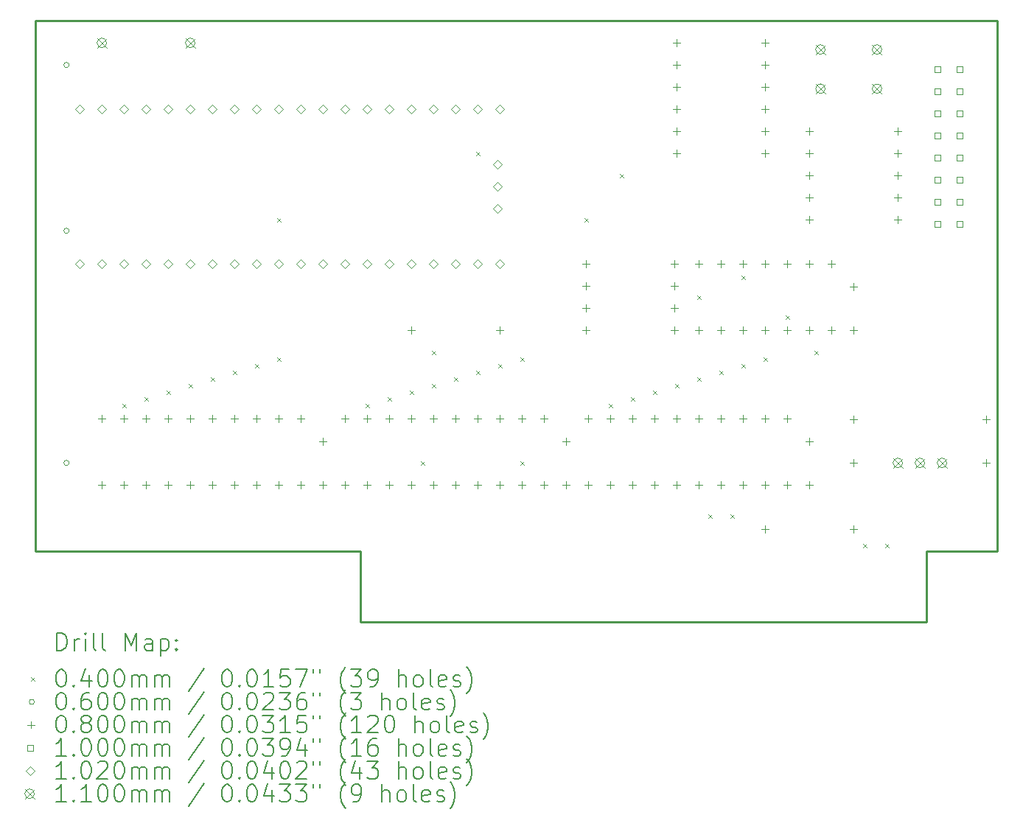
<source format=gbr>
%TF.GenerationSoftware,KiCad,Pcbnew,7.0.8-1.fc38*%
%TF.CreationDate,2023-10-28T17:25:38+02:00*%
%TF.ProjectId,AppleVGA,4170706c-6556-4474-912e-6b696361645f,A*%
%TF.SameCoordinates,Original*%
%TF.FileFunction,Drillmap*%
%TF.FilePolarity,Positive*%
%FSLAX45Y45*%
G04 Gerber Fmt 4.5, Leading zero omitted, Abs format (unit mm)*
G04 Created by KiCad (PCBNEW 7.0.8-1.fc38) date 2023-10-28 17:25:38*
%MOMM*%
%LPD*%
G01*
G04 APERTURE LIST*
%ADD10C,0.254000*%
%ADD11C,0.200000*%
%ADD12C,0.040000*%
%ADD13C,0.060000*%
%ADD14C,0.080000*%
%ADD15C,0.100000*%
%ADD16C,0.102000*%
%ADD17C,0.110000*%
G04 APERTURE END LIST*
D10*
X21158200Y-12750800D02*
X21158200Y-11938000D01*
X21971000Y-11938000D02*
X21971000Y-5842000D01*
X21971000Y-5842000D02*
X10922000Y-5842000D01*
X14655800Y-12750800D02*
X21158200Y-12750800D01*
X21158200Y-11938000D02*
X21971000Y-11938000D01*
X10922000Y-11938000D02*
X14655800Y-11938000D01*
X14655800Y-11938000D02*
X14655800Y-12750800D01*
X10922000Y-5842000D02*
X10922000Y-11938000D01*
D11*
D12*
X11917999Y-10241600D02*
X11957999Y-10281600D01*
X11957999Y-10241600D02*
X11917999Y-10281600D01*
X12172000Y-10165400D02*
X12212000Y-10205400D01*
X12212000Y-10165400D02*
X12172000Y-10205400D01*
X12426000Y-10089200D02*
X12466000Y-10129200D01*
X12466000Y-10089200D02*
X12426000Y-10129200D01*
X12680000Y-10013000D02*
X12720000Y-10053000D01*
X12720000Y-10013000D02*
X12680000Y-10053000D01*
X12934000Y-9936800D02*
X12974000Y-9976800D01*
X12974000Y-9936800D02*
X12934000Y-9976800D01*
X13188000Y-9860600D02*
X13228000Y-9900600D01*
X13228000Y-9860600D02*
X13188000Y-9900600D01*
X13442000Y-9784400D02*
X13482000Y-9824400D01*
X13482000Y-9784400D02*
X13442000Y-9824400D01*
X13696000Y-8107999D02*
X13736000Y-8147999D01*
X13736000Y-8107999D02*
X13696000Y-8147999D01*
X13696000Y-9708200D02*
X13736000Y-9748200D01*
X13736000Y-9708200D02*
X13696000Y-9748200D01*
X14712000Y-10241600D02*
X14752000Y-10281600D01*
X14752000Y-10241600D02*
X14712000Y-10281600D01*
X14966000Y-10165401D02*
X15006000Y-10205401D01*
X15006000Y-10165401D02*
X14966000Y-10205401D01*
X15220000Y-10089200D02*
X15260000Y-10129200D01*
X15260000Y-10089200D02*
X15220000Y-10129200D01*
X15347000Y-10902000D02*
X15387000Y-10942000D01*
X15387000Y-10902000D02*
X15347000Y-10942000D01*
X15474000Y-9632000D02*
X15514000Y-9672000D01*
X15514000Y-9632000D02*
X15474000Y-9672000D01*
X15474000Y-10013000D02*
X15514000Y-10053000D01*
X15514000Y-10013000D02*
X15474000Y-10053000D01*
X15728000Y-9936800D02*
X15768000Y-9976800D01*
X15768000Y-9936800D02*
X15728000Y-9976800D01*
X15982000Y-7346000D02*
X16022000Y-7386000D01*
X16022000Y-7346000D02*
X15982000Y-7386000D01*
X15982000Y-9860600D02*
X16022000Y-9900600D01*
X16022000Y-9860600D02*
X15982000Y-9900600D01*
X16236000Y-9784400D02*
X16276000Y-9824400D01*
X16276000Y-9784400D02*
X16236000Y-9824400D01*
X16490000Y-9708200D02*
X16530000Y-9748200D01*
X16530000Y-9708200D02*
X16490000Y-9748200D01*
X16490000Y-10902000D02*
X16530000Y-10942000D01*
X16530000Y-10902000D02*
X16490000Y-10942000D01*
X17226600Y-8108000D02*
X17266600Y-8148000D01*
X17266600Y-8108000D02*
X17226600Y-8148000D01*
X17506000Y-10241600D02*
X17546000Y-10281600D01*
X17546000Y-10241600D02*
X17506000Y-10281600D01*
X17633000Y-7600000D02*
X17673000Y-7640000D01*
X17673000Y-7600000D02*
X17633000Y-7640000D01*
X17760000Y-10165401D02*
X17800000Y-10205401D01*
X17800000Y-10165401D02*
X17760000Y-10205401D01*
X18014000Y-10089200D02*
X18054000Y-10129200D01*
X18054000Y-10089200D02*
X18014000Y-10129200D01*
X18268000Y-10013000D02*
X18308000Y-10053000D01*
X18308000Y-10013000D02*
X18268000Y-10053000D01*
X18522000Y-8997000D02*
X18562000Y-9037000D01*
X18562000Y-8997000D02*
X18522000Y-9037000D01*
X18522000Y-9936800D02*
X18562000Y-9976800D01*
X18562000Y-9936800D02*
X18522000Y-9976800D01*
X18649000Y-11511600D02*
X18689000Y-11551600D01*
X18689000Y-11511600D02*
X18649000Y-11551600D01*
X18776000Y-9860600D02*
X18816000Y-9900600D01*
X18816000Y-9860600D02*
X18776000Y-9900600D01*
X18903000Y-11511600D02*
X18943000Y-11551600D01*
X18943000Y-11511600D02*
X18903000Y-11551600D01*
X19030000Y-8768400D02*
X19070000Y-8808400D01*
X19070000Y-8768400D02*
X19030000Y-8808400D01*
X19030000Y-9784400D02*
X19070000Y-9824400D01*
X19070000Y-9784400D02*
X19030000Y-9824400D01*
X19284000Y-9708200D02*
X19324000Y-9748200D01*
X19324000Y-9708200D02*
X19284000Y-9748200D01*
X19538000Y-9225601D02*
X19578000Y-9265601D01*
X19578000Y-9225601D02*
X19538000Y-9265601D01*
X19868200Y-9632000D02*
X19908200Y-9672000D01*
X19908200Y-9632000D02*
X19868200Y-9672000D01*
X20427000Y-11854500D02*
X20467000Y-11894500D01*
X20467000Y-11854500D02*
X20427000Y-11894500D01*
X20681000Y-11854500D02*
X20721000Y-11894500D01*
X20721000Y-11854500D02*
X20681000Y-11894500D01*
D13*
X11307600Y-6350000D02*
G75*
G03*
X11307600Y-6350000I-30000J0D01*
G01*
X11307600Y-8255000D02*
G75*
G03*
X11307600Y-8255000I-30000J0D01*
G01*
X11307600Y-10922000D02*
G75*
G03*
X11307600Y-10922000I-30000J0D01*
G01*
D14*
X11684000Y-10374000D02*
X11684000Y-10454000D01*
X11644000Y-10414000D02*
X11724000Y-10414000D01*
X11684000Y-11136000D02*
X11684000Y-11216000D01*
X11644000Y-11176000D02*
X11724000Y-11176000D01*
X11938000Y-10374000D02*
X11938000Y-10454000D01*
X11898000Y-10414000D02*
X11978000Y-10414000D01*
X11938000Y-11136000D02*
X11938000Y-11216000D01*
X11898000Y-11176000D02*
X11978000Y-11176000D01*
X12192000Y-10374000D02*
X12192000Y-10454000D01*
X12152000Y-10414000D02*
X12232000Y-10414000D01*
X12192000Y-11136000D02*
X12192000Y-11216000D01*
X12152000Y-11176000D02*
X12232000Y-11176000D01*
X12446000Y-10374000D02*
X12446000Y-10454000D01*
X12406000Y-10414000D02*
X12486000Y-10414000D01*
X12446000Y-11136000D02*
X12446000Y-11216000D01*
X12406000Y-11176000D02*
X12486000Y-11176000D01*
X12700000Y-10374000D02*
X12700000Y-10454000D01*
X12660000Y-10414000D02*
X12740000Y-10414000D01*
X12700000Y-11136000D02*
X12700000Y-11216000D01*
X12660000Y-11176000D02*
X12740000Y-11176000D01*
X12954000Y-10374000D02*
X12954000Y-10454000D01*
X12914000Y-10414000D02*
X12994000Y-10414000D01*
X12954000Y-11136000D02*
X12954000Y-11216000D01*
X12914000Y-11176000D02*
X12994000Y-11176000D01*
X13208000Y-10374000D02*
X13208000Y-10454000D01*
X13168000Y-10414000D02*
X13248000Y-10414000D01*
X13208000Y-11136000D02*
X13208000Y-11216000D01*
X13168000Y-11176000D02*
X13248000Y-11176000D01*
X13462000Y-10374000D02*
X13462000Y-10454000D01*
X13422000Y-10414000D02*
X13502000Y-10414000D01*
X13462000Y-11136000D02*
X13462000Y-11216000D01*
X13422000Y-11176000D02*
X13502000Y-11176000D01*
X13716000Y-10374000D02*
X13716000Y-10454000D01*
X13676000Y-10414000D02*
X13756000Y-10414000D01*
X13716000Y-11136000D02*
X13716000Y-11216000D01*
X13676000Y-11176000D02*
X13756000Y-11176000D01*
X13970000Y-10374000D02*
X13970000Y-10454000D01*
X13930000Y-10414000D02*
X14010000Y-10414000D01*
X13970000Y-11136000D02*
X13970000Y-11216000D01*
X13930000Y-11176000D02*
X14010000Y-11176000D01*
X14224000Y-10636000D02*
X14224000Y-10716000D01*
X14184000Y-10676000D02*
X14264000Y-10676000D01*
X14224000Y-11136000D02*
X14224000Y-11216000D01*
X14184000Y-11176000D02*
X14264000Y-11176000D01*
X14478000Y-10374000D02*
X14478000Y-10454000D01*
X14438000Y-10414000D02*
X14518000Y-10414000D01*
X14478000Y-11136000D02*
X14478000Y-11216000D01*
X14438000Y-11176000D02*
X14518000Y-11176000D01*
X14732000Y-10374000D02*
X14732000Y-10454000D01*
X14692000Y-10414000D02*
X14772000Y-10414000D01*
X14732000Y-11136000D02*
X14732000Y-11216000D01*
X14692000Y-11176000D02*
X14772000Y-11176000D01*
X14986000Y-10374000D02*
X14986000Y-10454000D01*
X14946000Y-10414000D02*
X15026000Y-10414000D01*
X14986000Y-11136000D02*
X14986000Y-11216000D01*
X14946000Y-11176000D02*
X15026000Y-11176000D01*
X15240000Y-9358000D02*
X15240000Y-9438000D01*
X15200000Y-9398000D02*
X15280000Y-9398000D01*
X15240000Y-10374000D02*
X15240000Y-10454000D01*
X15200000Y-10414000D02*
X15280000Y-10414000D01*
X15240000Y-11136000D02*
X15240000Y-11216000D01*
X15200000Y-11176000D02*
X15280000Y-11176000D01*
X15494000Y-10374000D02*
X15494000Y-10454000D01*
X15454000Y-10414000D02*
X15534000Y-10414000D01*
X15494000Y-11136000D02*
X15494000Y-11216000D01*
X15454000Y-11176000D02*
X15534000Y-11176000D01*
X15748000Y-10374000D02*
X15748000Y-10454000D01*
X15708000Y-10414000D02*
X15788000Y-10414000D01*
X15748000Y-11136000D02*
X15748000Y-11216000D01*
X15708000Y-11176000D02*
X15788000Y-11176000D01*
X16002000Y-10374000D02*
X16002000Y-10454000D01*
X15962000Y-10414000D02*
X16042000Y-10414000D01*
X16002000Y-11136000D02*
X16002000Y-11216000D01*
X15962000Y-11176000D02*
X16042000Y-11176000D01*
X16256000Y-9358000D02*
X16256000Y-9438000D01*
X16216000Y-9398000D02*
X16296000Y-9398000D01*
X16256000Y-10374000D02*
X16256000Y-10454000D01*
X16216000Y-10414000D02*
X16296000Y-10414000D01*
X16256000Y-11136000D02*
X16256000Y-11216000D01*
X16216000Y-11176000D02*
X16296000Y-11176000D01*
X16510000Y-10374000D02*
X16510000Y-10454000D01*
X16470000Y-10414000D02*
X16550000Y-10414000D01*
X16510000Y-11136000D02*
X16510000Y-11216000D01*
X16470000Y-11176000D02*
X16550000Y-11176000D01*
X16764000Y-10374000D02*
X16764000Y-10454000D01*
X16724000Y-10414000D02*
X16804000Y-10414000D01*
X16764000Y-11136000D02*
X16764000Y-11216000D01*
X16724000Y-11176000D02*
X16804000Y-11176000D01*
X17018000Y-10636000D02*
X17018000Y-10716000D01*
X16978000Y-10676000D02*
X17058000Y-10676000D01*
X17018000Y-11136000D02*
X17018000Y-11216000D01*
X16978000Y-11176000D02*
X17058000Y-11176000D01*
X17246600Y-8596000D02*
X17246600Y-8676000D01*
X17206600Y-8636000D02*
X17286600Y-8636000D01*
X17246600Y-8850000D02*
X17246600Y-8930000D01*
X17206600Y-8890000D02*
X17286600Y-8890000D01*
X17246600Y-9104000D02*
X17246600Y-9184000D01*
X17206600Y-9144000D02*
X17286600Y-9144000D01*
X17246600Y-9358000D02*
X17246600Y-9438000D01*
X17206600Y-9398000D02*
X17286600Y-9398000D01*
X17272000Y-10374000D02*
X17272000Y-10454000D01*
X17232000Y-10414000D02*
X17312000Y-10414000D01*
X17272000Y-11136000D02*
X17272000Y-11216000D01*
X17232000Y-11176000D02*
X17312000Y-11176000D01*
X17526000Y-10374000D02*
X17526000Y-10454000D01*
X17486000Y-10414000D02*
X17566000Y-10414000D01*
X17526000Y-11136000D02*
X17526000Y-11216000D01*
X17486000Y-11176000D02*
X17566000Y-11176000D01*
X17780000Y-10374000D02*
X17780000Y-10454000D01*
X17740000Y-10414000D02*
X17820000Y-10414000D01*
X17780000Y-11136000D02*
X17780000Y-11216000D01*
X17740000Y-11176000D02*
X17820000Y-11176000D01*
X18034000Y-10374000D02*
X18034000Y-10454000D01*
X17994000Y-10414000D02*
X18074000Y-10414000D01*
X18034000Y-11136000D02*
X18034000Y-11216000D01*
X17994000Y-11176000D02*
X18074000Y-11176000D01*
X18262600Y-8596000D02*
X18262600Y-8676000D01*
X18222600Y-8636000D02*
X18302600Y-8636000D01*
X18262600Y-8850000D02*
X18262600Y-8930000D01*
X18222600Y-8890000D02*
X18302600Y-8890000D01*
X18262600Y-9104000D02*
X18262600Y-9184000D01*
X18222600Y-9144000D02*
X18302600Y-9144000D01*
X18262600Y-9358000D02*
X18262600Y-9438000D01*
X18222600Y-9398000D02*
X18302600Y-9398000D01*
X18288000Y-6056000D02*
X18288000Y-6136000D01*
X18248000Y-6096000D02*
X18328000Y-6096000D01*
X18288000Y-6310000D02*
X18288000Y-6390000D01*
X18248000Y-6350000D02*
X18328000Y-6350000D01*
X18288000Y-6564000D02*
X18288000Y-6644000D01*
X18248000Y-6604000D02*
X18328000Y-6604000D01*
X18288000Y-6818000D02*
X18288000Y-6898000D01*
X18248000Y-6858000D02*
X18328000Y-6858000D01*
X18288000Y-7072000D02*
X18288000Y-7152000D01*
X18248000Y-7112000D02*
X18328000Y-7112000D01*
X18288000Y-7326000D02*
X18288000Y-7406000D01*
X18248000Y-7366000D02*
X18328000Y-7366000D01*
X18288000Y-10374000D02*
X18288000Y-10454000D01*
X18248000Y-10414000D02*
X18328000Y-10414000D01*
X18288000Y-11136000D02*
X18288000Y-11216000D01*
X18248000Y-11176000D02*
X18328000Y-11176000D01*
X18542000Y-8596000D02*
X18542000Y-8676000D01*
X18502000Y-8636000D02*
X18582000Y-8636000D01*
X18542000Y-9358000D02*
X18542000Y-9438000D01*
X18502000Y-9398000D02*
X18582000Y-9398000D01*
X18542000Y-10374000D02*
X18542000Y-10454000D01*
X18502000Y-10414000D02*
X18582000Y-10414000D01*
X18542000Y-11136000D02*
X18542000Y-11216000D01*
X18502000Y-11176000D02*
X18582000Y-11176000D01*
X18796000Y-8596000D02*
X18796000Y-8676000D01*
X18756000Y-8636000D02*
X18836000Y-8636000D01*
X18796000Y-9358000D02*
X18796000Y-9438000D01*
X18756000Y-9398000D02*
X18836000Y-9398000D01*
X18796000Y-10374000D02*
X18796000Y-10454000D01*
X18756000Y-10414000D02*
X18836000Y-10414000D01*
X18796000Y-11136000D02*
X18796000Y-11216000D01*
X18756000Y-11176000D02*
X18836000Y-11176000D01*
X19050000Y-8596000D02*
X19050000Y-8676000D01*
X19010000Y-8636000D02*
X19090000Y-8636000D01*
X19050000Y-9358000D02*
X19050000Y-9438000D01*
X19010000Y-9398000D02*
X19090000Y-9398000D01*
X19050000Y-10374000D02*
X19050000Y-10454000D01*
X19010000Y-10414000D02*
X19090000Y-10414000D01*
X19050000Y-11136000D02*
X19050000Y-11216000D01*
X19010000Y-11176000D02*
X19090000Y-11176000D01*
X19304000Y-6056000D02*
X19304000Y-6136000D01*
X19264000Y-6096000D02*
X19344000Y-6096000D01*
X19304000Y-6310000D02*
X19304000Y-6390000D01*
X19264000Y-6350000D02*
X19344000Y-6350000D01*
X19304000Y-6564000D02*
X19304000Y-6644000D01*
X19264000Y-6604000D02*
X19344000Y-6604000D01*
X19304000Y-6818000D02*
X19304000Y-6898000D01*
X19264000Y-6858000D02*
X19344000Y-6858000D01*
X19304000Y-7072000D02*
X19304000Y-7152000D01*
X19264000Y-7112000D02*
X19344000Y-7112000D01*
X19304000Y-7326000D02*
X19304000Y-7406000D01*
X19264000Y-7366000D02*
X19344000Y-7366000D01*
X19304000Y-8596000D02*
X19304000Y-8676000D01*
X19264000Y-8636000D02*
X19344000Y-8636000D01*
X19304000Y-9358000D02*
X19304000Y-9438000D01*
X19264000Y-9398000D02*
X19344000Y-9398000D01*
X19304000Y-10374000D02*
X19304000Y-10454000D01*
X19264000Y-10414000D02*
X19344000Y-10414000D01*
X19304000Y-11136000D02*
X19304000Y-11216000D01*
X19264000Y-11176000D02*
X19344000Y-11176000D01*
X19304000Y-11644000D02*
X19304000Y-11724000D01*
X19264000Y-11684000D02*
X19344000Y-11684000D01*
X19558000Y-8596000D02*
X19558000Y-8676000D01*
X19518000Y-8636000D02*
X19598000Y-8636000D01*
X19558000Y-9358000D02*
X19558000Y-9438000D01*
X19518000Y-9398000D02*
X19598000Y-9398000D01*
X19558000Y-10374000D02*
X19558000Y-10454000D01*
X19518000Y-10414000D02*
X19598000Y-10414000D01*
X19558000Y-11136000D02*
X19558000Y-11216000D01*
X19518000Y-11176000D02*
X19598000Y-11176000D01*
X19812000Y-7072000D02*
X19812000Y-7152000D01*
X19772000Y-7112000D02*
X19852000Y-7112000D01*
X19812000Y-7326000D02*
X19812000Y-7406000D01*
X19772000Y-7366000D02*
X19852000Y-7366000D01*
X19812000Y-7580000D02*
X19812000Y-7660000D01*
X19772000Y-7620000D02*
X19852000Y-7620000D01*
X19812000Y-7834000D02*
X19812000Y-7914000D01*
X19772000Y-7874000D02*
X19852000Y-7874000D01*
X19812000Y-8088000D02*
X19812000Y-8168000D01*
X19772000Y-8128000D02*
X19852000Y-8128000D01*
X19812000Y-8596000D02*
X19812000Y-8676000D01*
X19772000Y-8636000D02*
X19852000Y-8636000D01*
X19812000Y-9358000D02*
X19812000Y-9438000D01*
X19772000Y-9398000D02*
X19852000Y-9398000D01*
X19812000Y-10636000D02*
X19812000Y-10716000D01*
X19772000Y-10676000D02*
X19852000Y-10676000D01*
X19812000Y-11136000D02*
X19812000Y-11216000D01*
X19772000Y-11176000D02*
X19852000Y-11176000D01*
X20066000Y-8596000D02*
X20066000Y-8676000D01*
X20026000Y-8636000D02*
X20106000Y-8636000D01*
X20066000Y-9358000D02*
X20066000Y-9438000D01*
X20026000Y-9398000D02*
X20106000Y-9398000D01*
X20320000Y-8858000D02*
X20320000Y-8938000D01*
X20280000Y-8898000D02*
X20360000Y-8898000D01*
X20320000Y-9358000D02*
X20320000Y-9438000D01*
X20280000Y-9398000D02*
X20360000Y-9398000D01*
X20320000Y-10382000D02*
X20320000Y-10462000D01*
X20280000Y-10422000D02*
X20360000Y-10422000D01*
X20320000Y-10882000D02*
X20320000Y-10962000D01*
X20280000Y-10922000D02*
X20360000Y-10922000D01*
X20320000Y-11644000D02*
X20320000Y-11724000D01*
X20280000Y-11684000D02*
X20360000Y-11684000D01*
X20828000Y-7072000D02*
X20828000Y-7152000D01*
X20788000Y-7112000D02*
X20868000Y-7112000D01*
X20828000Y-7326000D02*
X20828000Y-7406000D01*
X20788000Y-7366000D02*
X20868000Y-7366000D01*
X20828000Y-7580000D02*
X20828000Y-7660000D01*
X20788000Y-7620000D02*
X20868000Y-7620000D01*
X20828000Y-7834000D02*
X20828000Y-7914000D01*
X20788000Y-7874000D02*
X20868000Y-7874000D01*
X20828000Y-8088000D02*
X20828000Y-8168000D01*
X20788000Y-8128000D02*
X20868000Y-8128000D01*
X21844000Y-10382000D02*
X21844000Y-10462000D01*
X21804000Y-10422000D02*
X21884000Y-10422000D01*
X21844000Y-10882000D02*
X21844000Y-10962000D01*
X21804000Y-10922000D02*
X21884000Y-10922000D01*
D15*
X21320556Y-6436156D02*
X21320556Y-6365444D01*
X21249844Y-6365444D01*
X21249844Y-6436156D01*
X21320556Y-6436156D01*
X21320556Y-6690156D02*
X21320556Y-6619444D01*
X21249844Y-6619444D01*
X21249844Y-6690156D01*
X21320556Y-6690156D01*
X21320556Y-6944156D02*
X21320556Y-6873444D01*
X21249844Y-6873444D01*
X21249844Y-6944156D01*
X21320556Y-6944156D01*
X21320556Y-7198156D02*
X21320556Y-7127444D01*
X21249844Y-7127444D01*
X21249844Y-7198156D01*
X21320556Y-7198156D01*
X21320556Y-7452156D02*
X21320556Y-7381444D01*
X21249844Y-7381444D01*
X21249844Y-7452156D01*
X21320556Y-7452156D01*
X21320556Y-7706156D02*
X21320556Y-7635444D01*
X21249844Y-7635444D01*
X21249844Y-7706156D01*
X21320556Y-7706156D01*
X21320556Y-7960156D02*
X21320556Y-7889444D01*
X21249844Y-7889444D01*
X21249844Y-7960156D01*
X21320556Y-7960156D01*
X21320556Y-8214156D02*
X21320556Y-8143444D01*
X21249844Y-8143444D01*
X21249844Y-8214156D01*
X21320556Y-8214156D01*
X21574556Y-6436156D02*
X21574556Y-6365444D01*
X21503844Y-6365444D01*
X21503844Y-6436156D01*
X21574556Y-6436156D01*
X21574556Y-6690156D02*
X21574556Y-6619444D01*
X21503844Y-6619444D01*
X21503844Y-6690156D01*
X21574556Y-6690156D01*
X21574556Y-6944156D02*
X21574556Y-6873444D01*
X21503844Y-6873444D01*
X21503844Y-6944156D01*
X21574556Y-6944156D01*
X21574556Y-7198156D02*
X21574556Y-7127444D01*
X21503844Y-7127444D01*
X21503844Y-7198156D01*
X21574556Y-7198156D01*
X21574556Y-7452156D02*
X21574556Y-7381444D01*
X21503844Y-7381444D01*
X21503844Y-7452156D01*
X21574556Y-7452156D01*
X21574556Y-7706156D02*
X21574556Y-7635444D01*
X21503844Y-7635444D01*
X21503844Y-7706156D01*
X21574556Y-7706156D01*
X21574556Y-7960156D02*
X21574556Y-7889444D01*
X21503844Y-7889444D01*
X21503844Y-7960156D01*
X21574556Y-7960156D01*
X21574556Y-8214156D02*
X21574556Y-8143444D01*
X21503844Y-8143444D01*
X21503844Y-8214156D01*
X21574556Y-8214156D01*
D16*
X11430000Y-6909000D02*
X11481000Y-6858000D01*
X11430000Y-6807000D01*
X11379000Y-6858000D01*
X11430000Y-6909000D01*
X11430000Y-8687000D02*
X11481000Y-8636000D01*
X11430000Y-8585000D01*
X11379000Y-8636000D01*
X11430000Y-8687000D01*
X11684000Y-6909000D02*
X11735000Y-6858000D01*
X11684000Y-6807000D01*
X11633000Y-6858000D01*
X11684000Y-6909000D01*
X11684000Y-8687000D02*
X11735000Y-8636000D01*
X11684000Y-8585000D01*
X11633000Y-8636000D01*
X11684000Y-8687000D01*
X11938000Y-6909000D02*
X11989000Y-6858000D01*
X11938000Y-6807000D01*
X11887000Y-6858000D01*
X11938000Y-6909000D01*
X11938000Y-8687000D02*
X11989000Y-8636000D01*
X11938000Y-8585000D01*
X11887000Y-8636000D01*
X11938000Y-8687000D01*
X12192000Y-6909000D02*
X12243000Y-6858000D01*
X12192000Y-6807000D01*
X12141000Y-6858000D01*
X12192000Y-6909000D01*
X12192000Y-8687000D02*
X12243000Y-8636000D01*
X12192000Y-8585000D01*
X12141000Y-8636000D01*
X12192000Y-8687000D01*
X12446000Y-6909000D02*
X12497000Y-6858000D01*
X12446000Y-6807000D01*
X12395000Y-6858000D01*
X12446000Y-6909000D01*
X12446000Y-8687000D02*
X12497000Y-8636000D01*
X12446000Y-8585000D01*
X12395000Y-8636000D01*
X12446000Y-8687000D01*
X12700000Y-6909000D02*
X12751000Y-6858000D01*
X12700000Y-6807000D01*
X12649000Y-6858000D01*
X12700000Y-6909000D01*
X12700000Y-8687000D02*
X12751000Y-8636000D01*
X12700000Y-8585000D01*
X12649000Y-8636000D01*
X12700000Y-8687000D01*
X12954000Y-6909000D02*
X13005000Y-6858000D01*
X12954000Y-6807000D01*
X12903000Y-6858000D01*
X12954000Y-6909000D01*
X12954000Y-8687000D02*
X13005000Y-8636000D01*
X12954000Y-8585000D01*
X12903000Y-8636000D01*
X12954000Y-8687000D01*
X13208000Y-6909000D02*
X13259000Y-6858000D01*
X13208000Y-6807000D01*
X13157000Y-6858000D01*
X13208000Y-6909000D01*
X13208000Y-8687000D02*
X13259000Y-8636000D01*
X13208000Y-8585000D01*
X13157000Y-8636000D01*
X13208000Y-8687000D01*
X13462000Y-6909000D02*
X13513000Y-6858000D01*
X13462000Y-6807000D01*
X13411000Y-6858000D01*
X13462000Y-6909000D01*
X13462000Y-8687000D02*
X13513000Y-8636000D01*
X13462000Y-8585000D01*
X13411000Y-8636000D01*
X13462000Y-8687000D01*
X13716000Y-6909000D02*
X13767000Y-6858000D01*
X13716000Y-6807000D01*
X13665000Y-6858000D01*
X13716000Y-6909000D01*
X13716000Y-8687000D02*
X13767000Y-8636000D01*
X13716000Y-8585000D01*
X13665000Y-8636000D01*
X13716000Y-8687000D01*
X13970000Y-6909000D02*
X14021000Y-6858000D01*
X13970000Y-6807000D01*
X13919000Y-6858000D01*
X13970000Y-6909000D01*
X13970000Y-8687000D02*
X14021000Y-8636000D01*
X13970000Y-8585000D01*
X13919000Y-8636000D01*
X13970000Y-8687000D01*
X14224000Y-6909000D02*
X14275000Y-6858000D01*
X14224000Y-6807000D01*
X14173000Y-6858000D01*
X14224000Y-6909000D01*
X14224000Y-8687000D02*
X14275000Y-8636000D01*
X14224000Y-8585000D01*
X14173000Y-8636000D01*
X14224000Y-8687000D01*
X14478000Y-6909000D02*
X14529000Y-6858000D01*
X14478000Y-6807000D01*
X14427000Y-6858000D01*
X14478000Y-6909000D01*
X14478000Y-8687000D02*
X14529000Y-8636000D01*
X14478000Y-8585000D01*
X14427000Y-8636000D01*
X14478000Y-8687000D01*
X14732000Y-6909000D02*
X14783000Y-6858000D01*
X14732000Y-6807000D01*
X14681000Y-6858000D01*
X14732000Y-6909000D01*
X14732000Y-8687000D02*
X14783000Y-8636000D01*
X14732000Y-8585000D01*
X14681000Y-8636000D01*
X14732000Y-8687000D01*
X14986000Y-6909000D02*
X15037000Y-6858000D01*
X14986000Y-6807000D01*
X14935000Y-6858000D01*
X14986000Y-6909000D01*
X14986000Y-8687000D02*
X15037000Y-8636000D01*
X14986000Y-8585000D01*
X14935000Y-8636000D01*
X14986000Y-8687000D01*
X15240000Y-6909000D02*
X15291000Y-6858000D01*
X15240000Y-6807000D01*
X15189000Y-6858000D01*
X15240000Y-6909000D01*
X15240000Y-8687000D02*
X15291000Y-8636000D01*
X15240000Y-8585000D01*
X15189000Y-8636000D01*
X15240000Y-8687000D01*
X15494000Y-6909000D02*
X15545000Y-6858000D01*
X15494000Y-6807000D01*
X15443000Y-6858000D01*
X15494000Y-6909000D01*
X15494000Y-8687000D02*
X15545000Y-8636000D01*
X15494000Y-8585000D01*
X15443000Y-8636000D01*
X15494000Y-8687000D01*
X15748000Y-6909000D02*
X15799000Y-6858000D01*
X15748000Y-6807000D01*
X15697000Y-6858000D01*
X15748000Y-6909000D01*
X15748000Y-8687000D02*
X15799000Y-8636000D01*
X15748000Y-8585000D01*
X15697000Y-8636000D01*
X15748000Y-8687000D01*
X16002000Y-6909000D02*
X16053000Y-6858000D01*
X16002000Y-6807000D01*
X15951000Y-6858000D01*
X16002000Y-6909000D01*
X16002000Y-8687000D02*
X16053000Y-8636000D01*
X16002000Y-8585000D01*
X15951000Y-8636000D01*
X16002000Y-8687000D01*
X16233000Y-7544000D02*
X16284000Y-7493000D01*
X16233000Y-7442000D01*
X16182000Y-7493000D01*
X16233000Y-7544000D01*
X16233000Y-7798000D02*
X16284000Y-7747000D01*
X16233000Y-7696000D01*
X16182000Y-7747000D01*
X16233000Y-7798000D01*
X16233000Y-8052000D02*
X16284000Y-8001000D01*
X16233000Y-7950000D01*
X16182000Y-8001000D01*
X16233000Y-8052000D01*
X16256000Y-6909000D02*
X16307000Y-6858000D01*
X16256000Y-6807000D01*
X16205000Y-6858000D01*
X16256000Y-6909000D01*
X16256000Y-8687000D02*
X16307000Y-8636000D01*
X16256000Y-8585000D01*
X16205000Y-8636000D01*
X16256000Y-8687000D01*
D17*
X11629000Y-6041000D02*
X11739000Y-6151000D01*
X11739000Y-6041000D02*
X11629000Y-6151000D01*
X11739000Y-6096000D02*
G75*
G03*
X11739000Y-6096000I-55000J0D01*
G01*
X12645000Y-6041000D02*
X12755000Y-6151000D01*
X12755000Y-6041000D02*
X12645000Y-6151000D01*
X12755000Y-6096000D02*
G75*
G03*
X12755000Y-6096000I-55000J0D01*
G01*
X19884000Y-6117200D02*
X19994000Y-6227200D01*
X19994000Y-6117200D02*
X19884000Y-6227200D01*
X19994000Y-6172200D02*
G75*
G03*
X19994000Y-6172200I-55000J0D01*
G01*
X19884000Y-6567200D02*
X19994000Y-6677200D01*
X19994000Y-6567200D02*
X19884000Y-6677200D01*
X19994000Y-6622200D02*
G75*
G03*
X19994000Y-6622200I-55000J0D01*
G01*
X20534000Y-6117200D02*
X20644000Y-6227200D01*
X20644000Y-6117200D02*
X20534000Y-6227200D01*
X20644000Y-6172200D02*
G75*
G03*
X20644000Y-6172200I-55000J0D01*
G01*
X20534000Y-6567200D02*
X20644000Y-6677200D01*
X20644000Y-6567200D02*
X20534000Y-6677200D01*
X20644000Y-6622200D02*
G75*
G03*
X20644000Y-6622200I-55000J0D01*
G01*
X20773000Y-10867000D02*
X20883000Y-10977000D01*
X20883000Y-10867000D02*
X20773000Y-10977000D01*
X20883000Y-10922000D02*
G75*
G03*
X20883000Y-10922000I-55000J0D01*
G01*
X21027000Y-10867000D02*
X21137000Y-10977000D01*
X21137000Y-10867000D02*
X21027000Y-10977000D01*
X21137000Y-10922000D02*
G75*
G03*
X21137000Y-10922000I-55000J0D01*
G01*
X21281000Y-10867000D02*
X21391000Y-10977000D01*
X21391000Y-10867000D02*
X21281000Y-10977000D01*
X21391000Y-10922000D02*
G75*
G03*
X21391000Y-10922000I-55000J0D01*
G01*
D11*
X11170077Y-13074984D02*
X11170077Y-12874984D01*
X11170077Y-12874984D02*
X11217696Y-12874984D01*
X11217696Y-12874984D02*
X11246267Y-12884508D01*
X11246267Y-12884508D02*
X11265315Y-12903555D01*
X11265315Y-12903555D02*
X11274839Y-12922603D01*
X11274839Y-12922603D02*
X11284362Y-12960698D01*
X11284362Y-12960698D02*
X11284362Y-12989269D01*
X11284362Y-12989269D02*
X11274839Y-13027365D01*
X11274839Y-13027365D02*
X11265315Y-13046412D01*
X11265315Y-13046412D02*
X11246267Y-13065460D01*
X11246267Y-13065460D02*
X11217696Y-13074984D01*
X11217696Y-13074984D02*
X11170077Y-13074984D01*
X11370077Y-13074984D02*
X11370077Y-12941650D01*
X11370077Y-12979746D02*
X11379601Y-12960698D01*
X11379601Y-12960698D02*
X11389124Y-12951174D01*
X11389124Y-12951174D02*
X11408172Y-12941650D01*
X11408172Y-12941650D02*
X11427220Y-12941650D01*
X11493886Y-13074984D02*
X11493886Y-12941650D01*
X11493886Y-12874984D02*
X11484362Y-12884508D01*
X11484362Y-12884508D02*
X11493886Y-12894031D01*
X11493886Y-12894031D02*
X11503410Y-12884508D01*
X11503410Y-12884508D02*
X11493886Y-12874984D01*
X11493886Y-12874984D02*
X11493886Y-12894031D01*
X11617696Y-13074984D02*
X11598648Y-13065460D01*
X11598648Y-13065460D02*
X11589124Y-13046412D01*
X11589124Y-13046412D02*
X11589124Y-12874984D01*
X11722458Y-13074984D02*
X11703410Y-13065460D01*
X11703410Y-13065460D02*
X11693886Y-13046412D01*
X11693886Y-13046412D02*
X11693886Y-12874984D01*
X11951029Y-13074984D02*
X11951029Y-12874984D01*
X11951029Y-12874984D02*
X12017696Y-13017841D01*
X12017696Y-13017841D02*
X12084362Y-12874984D01*
X12084362Y-12874984D02*
X12084362Y-13074984D01*
X12265315Y-13074984D02*
X12265315Y-12970222D01*
X12265315Y-12970222D02*
X12255791Y-12951174D01*
X12255791Y-12951174D02*
X12236743Y-12941650D01*
X12236743Y-12941650D02*
X12198648Y-12941650D01*
X12198648Y-12941650D02*
X12179601Y-12951174D01*
X12265315Y-13065460D02*
X12246267Y-13074984D01*
X12246267Y-13074984D02*
X12198648Y-13074984D01*
X12198648Y-13074984D02*
X12179601Y-13065460D01*
X12179601Y-13065460D02*
X12170077Y-13046412D01*
X12170077Y-13046412D02*
X12170077Y-13027365D01*
X12170077Y-13027365D02*
X12179601Y-13008317D01*
X12179601Y-13008317D02*
X12198648Y-12998793D01*
X12198648Y-12998793D02*
X12246267Y-12998793D01*
X12246267Y-12998793D02*
X12265315Y-12989269D01*
X12360553Y-12941650D02*
X12360553Y-13141650D01*
X12360553Y-12951174D02*
X12379601Y-12941650D01*
X12379601Y-12941650D02*
X12417696Y-12941650D01*
X12417696Y-12941650D02*
X12436743Y-12951174D01*
X12436743Y-12951174D02*
X12446267Y-12960698D01*
X12446267Y-12960698D02*
X12455791Y-12979746D01*
X12455791Y-12979746D02*
X12455791Y-13036888D01*
X12455791Y-13036888D02*
X12446267Y-13055936D01*
X12446267Y-13055936D02*
X12436743Y-13065460D01*
X12436743Y-13065460D02*
X12417696Y-13074984D01*
X12417696Y-13074984D02*
X12379601Y-13074984D01*
X12379601Y-13074984D02*
X12360553Y-13065460D01*
X12541505Y-13055936D02*
X12551029Y-13065460D01*
X12551029Y-13065460D02*
X12541505Y-13074984D01*
X12541505Y-13074984D02*
X12531982Y-13065460D01*
X12531982Y-13065460D02*
X12541505Y-13055936D01*
X12541505Y-13055936D02*
X12541505Y-13074984D01*
X12541505Y-12951174D02*
X12551029Y-12960698D01*
X12551029Y-12960698D02*
X12541505Y-12970222D01*
X12541505Y-12970222D02*
X12531982Y-12960698D01*
X12531982Y-12960698D02*
X12541505Y-12951174D01*
X12541505Y-12951174D02*
X12541505Y-12970222D01*
D12*
X10869300Y-13383500D02*
X10909300Y-13423500D01*
X10909300Y-13383500D02*
X10869300Y-13423500D01*
D11*
X11208172Y-13294984D02*
X11227220Y-13294984D01*
X11227220Y-13294984D02*
X11246267Y-13304508D01*
X11246267Y-13304508D02*
X11255791Y-13314031D01*
X11255791Y-13314031D02*
X11265315Y-13333079D01*
X11265315Y-13333079D02*
X11274839Y-13371174D01*
X11274839Y-13371174D02*
X11274839Y-13418793D01*
X11274839Y-13418793D02*
X11265315Y-13456888D01*
X11265315Y-13456888D02*
X11255791Y-13475936D01*
X11255791Y-13475936D02*
X11246267Y-13485460D01*
X11246267Y-13485460D02*
X11227220Y-13494984D01*
X11227220Y-13494984D02*
X11208172Y-13494984D01*
X11208172Y-13494984D02*
X11189124Y-13485460D01*
X11189124Y-13485460D02*
X11179601Y-13475936D01*
X11179601Y-13475936D02*
X11170077Y-13456888D01*
X11170077Y-13456888D02*
X11160553Y-13418793D01*
X11160553Y-13418793D02*
X11160553Y-13371174D01*
X11160553Y-13371174D02*
X11170077Y-13333079D01*
X11170077Y-13333079D02*
X11179601Y-13314031D01*
X11179601Y-13314031D02*
X11189124Y-13304508D01*
X11189124Y-13304508D02*
X11208172Y-13294984D01*
X11360553Y-13475936D02*
X11370077Y-13485460D01*
X11370077Y-13485460D02*
X11360553Y-13494984D01*
X11360553Y-13494984D02*
X11351029Y-13485460D01*
X11351029Y-13485460D02*
X11360553Y-13475936D01*
X11360553Y-13475936D02*
X11360553Y-13494984D01*
X11541505Y-13361650D02*
X11541505Y-13494984D01*
X11493886Y-13285460D02*
X11446267Y-13428317D01*
X11446267Y-13428317D02*
X11570077Y-13428317D01*
X11684362Y-13294984D02*
X11703410Y-13294984D01*
X11703410Y-13294984D02*
X11722458Y-13304508D01*
X11722458Y-13304508D02*
X11731982Y-13314031D01*
X11731982Y-13314031D02*
X11741505Y-13333079D01*
X11741505Y-13333079D02*
X11751029Y-13371174D01*
X11751029Y-13371174D02*
X11751029Y-13418793D01*
X11751029Y-13418793D02*
X11741505Y-13456888D01*
X11741505Y-13456888D02*
X11731982Y-13475936D01*
X11731982Y-13475936D02*
X11722458Y-13485460D01*
X11722458Y-13485460D02*
X11703410Y-13494984D01*
X11703410Y-13494984D02*
X11684362Y-13494984D01*
X11684362Y-13494984D02*
X11665315Y-13485460D01*
X11665315Y-13485460D02*
X11655791Y-13475936D01*
X11655791Y-13475936D02*
X11646267Y-13456888D01*
X11646267Y-13456888D02*
X11636743Y-13418793D01*
X11636743Y-13418793D02*
X11636743Y-13371174D01*
X11636743Y-13371174D02*
X11646267Y-13333079D01*
X11646267Y-13333079D02*
X11655791Y-13314031D01*
X11655791Y-13314031D02*
X11665315Y-13304508D01*
X11665315Y-13304508D02*
X11684362Y-13294984D01*
X11874839Y-13294984D02*
X11893886Y-13294984D01*
X11893886Y-13294984D02*
X11912934Y-13304508D01*
X11912934Y-13304508D02*
X11922458Y-13314031D01*
X11922458Y-13314031D02*
X11931982Y-13333079D01*
X11931982Y-13333079D02*
X11941505Y-13371174D01*
X11941505Y-13371174D02*
X11941505Y-13418793D01*
X11941505Y-13418793D02*
X11931982Y-13456888D01*
X11931982Y-13456888D02*
X11922458Y-13475936D01*
X11922458Y-13475936D02*
X11912934Y-13485460D01*
X11912934Y-13485460D02*
X11893886Y-13494984D01*
X11893886Y-13494984D02*
X11874839Y-13494984D01*
X11874839Y-13494984D02*
X11855791Y-13485460D01*
X11855791Y-13485460D02*
X11846267Y-13475936D01*
X11846267Y-13475936D02*
X11836743Y-13456888D01*
X11836743Y-13456888D02*
X11827220Y-13418793D01*
X11827220Y-13418793D02*
X11827220Y-13371174D01*
X11827220Y-13371174D02*
X11836743Y-13333079D01*
X11836743Y-13333079D02*
X11846267Y-13314031D01*
X11846267Y-13314031D02*
X11855791Y-13304508D01*
X11855791Y-13304508D02*
X11874839Y-13294984D01*
X12027220Y-13494984D02*
X12027220Y-13361650D01*
X12027220Y-13380698D02*
X12036743Y-13371174D01*
X12036743Y-13371174D02*
X12055791Y-13361650D01*
X12055791Y-13361650D02*
X12084363Y-13361650D01*
X12084363Y-13361650D02*
X12103410Y-13371174D01*
X12103410Y-13371174D02*
X12112934Y-13390222D01*
X12112934Y-13390222D02*
X12112934Y-13494984D01*
X12112934Y-13390222D02*
X12122458Y-13371174D01*
X12122458Y-13371174D02*
X12141505Y-13361650D01*
X12141505Y-13361650D02*
X12170077Y-13361650D01*
X12170077Y-13361650D02*
X12189124Y-13371174D01*
X12189124Y-13371174D02*
X12198648Y-13390222D01*
X12198648Y-13390222D02*
X12198648Y-13494984D01*
X12293886Y-13494984D02*
X12293886Y-13361650D01*
X12293886Y-13380698D02*
X12303410Y-13371174D01*
X12303410Y-13371174D02*
X12322458Y-13361650D01*
X12322458Y-13361650D02*
X12351029Y-13361650D01*
X12351029Y-13361650D02*
X12370077Y-13371174D01*
X12370077Y-13371174D02*
X12379601Y-13390222D01*
X12379601Y-13390222D02*
X12379601Y-13494984D01*
X12379601Y-13390222D02*
X12389124Y-13371174D01*
X12389124Y-13371174D02*
X12408172Y-13361650D01*
X12408172Y-13361650D02*
X12436743Y-13361650D01*
X12436743Y-13361650D02*
X12455791Y-13371174D01*
X12455791Y-13371174D02*
X12465315Y-13390222D01*
X12465315Y-13390222D02*
X12465315Y-13494984D01*
X12855791Y-13285460D02*
X12684363Y-13542603D01*
X13112934Y-13294984D02*
X13131982Y-13294984D01*
X13131982Y-13294984D02*
X13151029Y-13304508D01*
X13151029Y-13304508D02*
X13160553Y-13314031D01*
X13160553Y-13314031D02*
X13170077Y-13333079D01*
X13170077Y-13333079D02*
X13179601Y-13371174D01*
X13179601Y-13371174D02*
X13179601Y-13418793D01*
X13179601Y-13418793D02*
X13170077Y-13456888D01*
X13170077Y-13456888D02*
X13160553Y-13475936D01*
X13160553Y-13475936D02*
X13151029Y-13485460D01*
X13151029Y-13485460D02*
X13131982Y-13494984D01*
X13131982Y-13494984D02*
X13112934Y-13494984D01*
X13112934Y-13494984D02*
X13093886Y-13485460D01*
X13093886Y-13485460D02*
X13084363Y-13475936D01*
X13084363Y-13475936D02*
X13074839Y-13456888D01*
X13074839Y-13456888D02*
X13065315Y-13418793D01*
X13065315Y-13418793D02*
X13065315Y-13371174D01*
X13065315Y-13371174D02*
X13074839Y-13333079D01*
X13074839Y-13333079D02*
X13084363Y-13314031D01*
X13084363Y-13314031D02*
X13093886Y-13304508D01*
X13093886Y-13304508D02*
X13112934Y-13294984D01*
X13265315Y-13475936D02*
X13274839Y-13485460D01*
X13274839Y-13485460D02*
X13265315Y-13494984D01*
X13265315Y-13494984D02*
X13255791Y-13485460D01*
X13255791Y-13485460D02*
X13265315Y-13475936D01*
X13265315Y-13475936D02*
X13265315Y-13494984D01*
X13398648Y-13294984D02*
X13417696Y-13294984D01*
X13417696Y-13294984D02*
X13436744Y-13304508D01*
X13436744Y-13304508D02*
X13446267Y-13314031D01*
X13446267Y-13314031D02*
X13455791Y-13333079D01*
X13455791Y-13333079D02*
X13465315Y-13371174D01*
X13465315Y-13371174D02*
X13465315Y-13418793D01*
X13465315Y-13418793D02*
X13455791Y-13456888D01*
X13455791Y-13456888D02*
X13446267Y-13475936D01*
X13446267Y-13475936D02*
X13436744Y-13485460D01*
X13436744Y-13485460D02*
X13417696Y-13494984D01*
X13417696Y-13494984D02*
X13398648Y-13494984D01*
X13398648Y-13494984D02*
X13379601Y-13485460D01*
X13379601Y-13485460D02*
X13370077Y-13475936D01*
X13370077Y-13475936D02*
X13360553Y-13456888D01*
X13360553Y-13456888D02*
X13351029Y-13418793D01*
X13351029Y-13418793D02*
X13351029Y-13371174D01*
X13351029Y-13371174D02*
X13360553Y-13333079D01*
X13360553Y-13333079D02*
X13370077Y-13314031D01*
X13370077Y-13314031D02*
X13379601Y-13304508D01*
X13379601Y-13304508D02*
X13398648Y-13294984D01*
X13655791Y-13494984D02*
X13541506Y-13494984D01*
X13598648Y-13494984D02*
X13598648Y-13294984D01*
X13598648Y-13294984D02*
X13579601Y-13323555D01*
X13579601Y-13323555D02*
X13560553Y-13342603D01*
X13560553Y-13342603D02*
X13541506Y-13352127D01*
X13836744Y-13294984D02*
X13741506Y-13294984D01*
X13741506Y-13294984D02*
X13731982Y-13390222D01*
X13731982Y-13390222D02*
X13741506Y-13380698D01*
X13741506Y-13380698D02*
X13760553Y-13371174D01*
X13760553Y-13371174D02*
X13808172Y-13371174D01*
X13808172Y-13371174D02*
X13827220Y-13380698D01*
X13827220Y-13380698D02*
X13836744Y-13390222D01*
X13836744Y-13390222D02*
X13846267Y-13409269D01*
X13846267Y-13409269D02*
X13846267Y-13456888D01*
X13846267Y-13456888D02*
X13836744Y-13475936D01*
X13836744Y-13475936D02*
X13827220Y-13485460D01*
X13827220Y-13485460D02*
X13808172Y-13494984D01*
X13808172Y-13494984D02*
X13760553Y-13494984D01*
X13760553Y-13494984D02*
X13741506Y-13485460D01*
X13741506Y-13485460D02*
X13731982Y-13475936D01*
X13912934Y-13294984D02*
X14046267Y-13294984D01*
X14046267Y-13294984D02*
X13960553Y-13494984D01*
X14112934Y-13294984D02*
X14112934Y-13333079D01*
X14189125Y-13294984D02*
X14189125Y-13333079D01*
X14484363Y-13571174D02*
X14474839Y-13561650D01*
X14474839Y-13561650D02*
X14455791Y-13533079D01*
X14455791Y-13533079D02*
X14446268Y-13514031D01*
X14446268Y-13514031D02*
X14436744Y-13485460D01*
X14436744Y-13485460D02*
X14427220Y-13437841D01*
X14427220Y-13437841D02*
X14427220Y-13399746D01*
X14427220Y-13399746D02*
X14436744Y-13352127D01*
X14436744Y-13352127D02*
X14446268Y-13323555D01*
X14446268Y-13323555D02*
X14455791Y-13304508D01*
X14455791Y-13304508D02*
X14474839Y-13275936D01*
X14474839Y-13275936D02*
X14484363Y-13266412D01*
X14541506Y-13294984D02*
X14665315Y-13294984D01*
X14665315Y-13294984D02*
X14598648Y-13371174D01*
X14598648Y-13371174D02*
X14627220Y-13371174D01*
X14627220Y-13371174D02*
X14646268Y-13380698D01*
X14646268Y-13380698D02*
X14655791Y-13390222D01*
X14655791Y-13390222D02*
X14665315Y-13409269D01*
X14665315Y-13409269D02*
X14665315Y-13456888D01*
X14665315Y-13456888D02*
X14655791Y-13475936D01*
X14655791Y-13475936D02*
X14646268Y-13485460D01*
X14646268Y-13485460D02*
X14627220Y-13494984D01*
X14627220Y-13494984D02*
X14570077Y-13494984D01*
X14570077Y-13494984D02*
X14551029Y-13485460D01*
X14551029Y-13485460D02*
X14541506Y-13475936D01*
X14760553Y-13494984D02*
X14798648Y-13494984D01*
X14798648Y-13494984D02*
X14817696Y-13485460D01*
X14817696Y-13485460D02*
X14827220Y-13475936D01*
X14827220Y-13475936D02*
X14846268Y-13447365D01*
X14846268Y-13447365D02*
X14855791Y-13409269D01*
X14855791Y-13409269D02*
X14855791Y-13333079D01*
X14855791Y-13333079D02*
X14846268Y-13314031D01*
X14846268Y-13314031D02*
X14836744Y-13304508D01*
X14836744Y-13304508D02*
X14817696Y-13294984D01*
X14817696Y-13294984D02*
X14779601Y-13294984D01*
X14779601Y-13294984D02*
X14760553Y-13304508D01*
X14760553Y-13304508D02*
X14751029Y-13314031D01*
X14751029Y-13314031D02*
X14741506Y-13333079D01*
X14741506Y-13333079D02*
X14741506Y-13380698D01*
X14741506Y-13380698D02*
X14751029Y-13399746D01*
X14751029Y-13399746D02*
X14760553Y-13409269D01*
X14760553Y-13409269D02*
X14779601Y-13418793D01*
X14779601Y-13418793D02*
X14817696Y-13418793D01*
X14817696Y-13418793D02*
X14836744Y-13409269D01*
X14836744Y-13409269D02*
X14846268Y-13399746D01*
X14846268Y-13399746D02*
X14855791Y-13380698D01*
X15093887Y-13494984D02*
X15093887Y-13294984D01*
X15179601Y-13494984D02*
X15179601Y-13390222D01*
X15179601Y-13390222D02*
X15170077Y-13371174D01*
X15170077Y-13371174D02*
X15151030Y-13361650D01*
X15151030Y-13361650D02*
X15122458Y-13361650D01*
X15122458Y-13361650D02*
X15103410Y-13371174D01*
X15103410Y-13371174D02*
X15093887Y-13380698D01*
X15303410Y-13494984D02*
X15284363Y-13485460D01*
X15284363Y-13485460D02*
X15274839Y-13475936D01*
X15274839Y-13475936D02*
X15265315Y-13456888D01*
X15265315Y-13456888D02*
X15265315Y-13399746D01*
X15265315Y-13399746D02*
X15274839Y-13380698D01*
X15274839Y-13380698D02*
X15284363Y-13371174D01*
X15284363Y-13371174D02*
X15303410Y-13361650D01*
X15303410Y-13361650D02*
X15331982Y-13361650D01*
X15331982Y-13361650D02*
X15351030Y-13371174D01*
X15351030Y-13371174D02*
X15360553Y-13380698D01*
X15360553Y-13380698D02*
X15370077Y-13399746D01*
X15370077Y-13399746D02*
X15370077Y-13456888D01*
X15370077Y-13456888D02*
X15360553Y-13475936D01*
X15360553Y-13475936D02*
X15351030Y-13485460D01*
X15351030Y-13485460D02*
X15331982Y-13494984D01*
X15331982Y-13494984D02*
X15303410Y-13494984D01*
X15484363Y-13494984D02*
X15465315Y-13485460D01*
X15465315Y-13485460D02*
X15455791Y-13466412D01*
X15455791Y-13466412D02*
X15455791Y-13294984D01*
X15636744Y-13485460D02*
X15617696Y-13494984D01*
X15617696Y-13494984D02*
X15579601Y-13494984D01*
X15579601Y-13494984D02*
X15560553Y-13485460D01*
X15560553Y-13485460D02*
X15551030Y-13466412D01*
X15551030Y-13466412D02*
X15551030Y-13390222D01*
X15551030Y-13390222D02*
X15560553Y-13371174D01*
X15560553Y-13371174D02*
X15579601Y-13361650D01*
X15579601Y-13361650D02*
X15617696Y-13361650D01*
X15617696Y-13361650D02*
X15636744Y-13371174D01*
X15636744Y-13371174D02*
X15646268Y-13390222D01*
X15646268Y-13390222D02*
X15646268Y-13409269D01*
X15646268Y-13409269D02*
X15551030Y-13428317D01*
X15722458Y-13485460D02*
X15741506Y-13494984D01*
X15741506Y-13494984D02*
X15779601Y-13494984D01*
X15779601Y-13494984D02*
X15798649Y-13485460D01*
X15798649Y-13485460D02*
X15808172Y-13466412D01*
X15808172Y-13466412D02*
X15808172Y-13456888D01*
X15808172Y-13456888D02*
X15798649Y-13437841D01*
X15798649Y-13437841D02*
X15779601Y-13428317D01*
X15779601Y-13428317D02*
X15751030Y-13428317D01*
X15751030Y-13428317D02*
X15731982Y-13418793D01*
X15731982Y-13418793D02*
X15722458Y-13399746D01*
X15722458Y-13399746D02*
X15722458Y-13390222D01*
X15722458Y-13390222D02*
X15731982Y-13371174D01*
X15731982Y-13371174D02*
X15751030Y-13361650D01*
X15751030Y-13361650D02*
X15779601Y-13361650D01*
X15779601Y-13361650D02*
X15798649Y-13371174D01*
X15874839Y-13571174D02*
X15884363Y-13561650D01*
X15884363Y-13561650D02*
X15903411Y-13533079D01*
X15903411Y-13533079D02*
X15912934Y-13514031D01*
X15912934Y-13514031D02*
X15922458Y-13485460D01*
X15922458Y-13485460D02*
X15931982Y-13437841D01*
X15931982Y-13437841D02*
X15931982Y-13399746D01*
X15931982Y-13399746D02*
X15922458Y-13352127D01*
X15922458Y-13352127D02*
X15912934Y-13323555D01*
X15912934Y-13323555D02*
X15903411Y-13304508D01*
X15903411Y-13304508D02*
X15884363Y-13275936D01*
X15884363Y-13275936D02*
X15874839Y-13266412D01*
D13*
X10909300Y-13667500D02*
G75*
G03*
X10909300Y-13667500I-30000J0D01*
G01*
D11*
X11208172Y-13558984D02*
X11227220Y-13558984D01*
X11227220Y-13558984D02*
X11246267Y-13568508D01*
X11246267Y-13568508D02*
X11255791Y-13578031D01*
X11255791Y-13578031D02*
X11265315Y-13597079D01*
X11265315Y-13597079D02*
X11274839Y-13635174D01*
X11274839Y-13635174D02*
X11274839Y-13682793D01*
X11274839Y-13682793D02*
X11265315Y-13720888D01*
X11265315Y-13720888D02*
X11255791Y-13739936D01*
X11255791Y-13739936D02*
X11246267Y-13749460D01*
X11246267Y-13749460D02*
X11227220Y-13758984D01*
X11227220Y-13758984D02*
X11208172Y-13758984D01*
X11208172Y-13758984D02*
X11189124Y-13749460D01*
X11189124Y-13749460D02*
X11179601Y-13739936D01*
X11179601Y-13739936D02*
X11170077Y-13720888D01*
X11170077Y-13720888D02*
X11160553Y-13682793D01*
X11160553Y-13682793D02*
X11160553Y-13635174D01*
X11160553Y-13635174D02*
X11170077Y-13597079D01*
X11170077Y-13597079D02*
X11179601Y-13578031D01*
X11179601Y-13578031D02*
X11189124Y-13568508D01*
X11189124Y-13568508D02*
X11208172Y-13558984D01*
X11360553Y-13739936D02*
X11370077Y-13749460D01*
X11370077Y-13749460D02*
X11360553Y-13758984D01*
X11360553Y-13758984D02*
X11351029Y-13749460D01*
X11351029Y-13749460D02*
X11360553Y-13739936D01*
X11360553Y-13739936D02*
X11360553Y-13758984D01*
X11541505Y-13558984D02*
X11503410Y-13558984D01*
X11503410Y-13558984D02*
X11484362Y-13568508D01*
X11484362Y-13568508D02*
X11474839Y-13578031D01*
X11474839Y-13578031D02*
X11455791Y-13606603D01*
X11455791Y-13606603D02*
X11446267Y-13644698D01*
X11446267Y-13644698D02*
X11446267Y-13720888D01*
X11446267Y-13720888D02*
X11455791Y-13739936D01*
X11455791Y-13739936D02*
X11465315Y-13749460D01*
X11465315Y-13749460D02*
X11484362Y-13758984D01*
X11484362Y-13758984D02*
X11522458Y-13758984D01*
X11522458Y-13758984D02*
X11541505Y-13749460D01*
X11541505Y-13749460D02*
X11551029Y-13739936D01*
X11551029Y-13739936D02*
X11560553Y-13720888D01*
X11560553Y-13720888D02*
X11560553Y-13673269D01*
X11560553Y-13673269D02*
X11551029Y-13654222D01*
X11551029Y-13654222D02*
X11541505Y-13644698D01*
X11541505Y-13644698D02*
X11522458Y-13635174D01*
X11522458Y-13635174D02*
X11484362Y-13635174D01*
X11484362Y-13635174D02*
X11465315Y-13644698D01*
X11465315Y-13644698D02*
X11455791Y-13654222D01*
X11455791Y-13654222D02*
X11446267Y-13673269D01*
X11684362Y-13558984D02*
X11703410Y-13558984D01*
X11703410Y-13558984D02*
X11722458Y-13568508D01*
X11722458Y-13568508D02*
X11731982Y-13578031D01*
X11731982Y-13578031D02*
X11741505Y-13597079D01*
X11741505Y-13597079D02*
X11751029Y-13635174D01*
X11751029Y-13635174D02*
X11751029Y-13682793D01*
X11751029Y-13682793D02*
X11741505Y-13720888D01*
X11741505Y-13720888D02*
X11731982Y-13739936D01*
X11731982Y-13739936D02*
X11722458Y-13749460D01*
X11722458Y-13749460D02*
X11703410Y-13758984D01*
X11703410Y-13758984D02*
X11684362Y-13758984D01*
X11684362Y-13758984D02*
X11665315Y-13749460D01*
X11665315Y-13749460D02*
X11655791Y-13739936D01*
X11655791Y-13739936D02*
X11646267Y-13720888D01*
X11646267Y-13720888D02*
X11636743Y-13682793D01*
X11636743Y-13682793D02*
X11636743Y-13635174D01*
X11636743Y-13635174D02*
X11646267Y-13597079D01*
X11646267Y-13597079D02*
X11655791Y-13578031D01*
X11655791Y-13578031D02*
X11665315Y-13568508D01*
X11665315Y-13568508D02*
X11684362Y-13558984D01*
X11874839Y-13558984D02*
X11893886Y-13558984D01*
X11893886Y-13558984D02*
X11912934Y-13568508D01*
X11912934Y-13568508D02*
X11922458Y-13578031D01*
X11922458Y-13578031D02*
X11931982Y-13597079D01*
X11931982Y-13597079D02*
X11941505Y-13635174D01*
X11941505Y-13635174D02*
X11941505Y-13682793D01*
X11941505Y-13682793D02*
X11931982Y-13720888D01*
X11931982Y-13720888D02*
X11922458Y-13739936D01*
X11922458Y-13739936D02*
X11912934Y-13749460D01*
X11912934Y-13749460D02*
X11893886Y-13758984D01*
X11893886Y-13758984D02*
X11874839Y-13758984D01*
X11874839Y-13758984D02*
X11855791Y-13749460D01*
X11855791Y-13749460D02*
X11846267Y-13739936D01*
X11846267Y-13739936D02*
X11836743Y-13720888D01*
X11836743Y-13720888D02*
X11827220Y-13682793D01*
X11827220Y-13682793D02*
X11827220Y-13635174D01*
X11827220Y-13635174D02*
X11836743Y-13597079D01*
X11836743Y-13597079D02*
X11846267Y-13578031D01*
X11846267Y-13578031D02*
X11855791Y-13568508D01*
X11855791Y-13568508D02*
X11874839Y-13558984D01*
X12027220Y-13758984D02*
X12027220Y-13625650D01*
X12027220Y-13644698D02*
X12036743Y-13635174D01*
X12036743Y-13635174D02*
X12055791Y-13625650D01*
X12055791Y-13625650D02*
X12084363Y-13625650D01*
X12084363Y-13625650D02*
X12103410Y-13635174D01*
X12103410Y-13635174D02*
X12112934Y-13654222D01*
X12112934Y-13654222D02*
X12112934Y-13758984D01*
X12112934Y-13654222D02*
X12122458Y-13635174D01*
X12122458Y-13635174D02*
X12141505Y-13625650D01*
X12141505Y-13625650D02*
X12170077Y-13625650D01*
X12170077Y-13625650D02*
X12189124Y-13635174D01*
X12189124Y-13635174D02*
X12198648Y-13654222D01*
X12198648Y-13654222D02*
X12198648Y-13758984D01*
X12293886Y-13758984D02*
X12293886Y-13625650D01*
X12293886Y-13644698D02*
X12303410Y-13635174D01*
X12303410Y-13635174D02*
X12322458Y-13625650D01*
X12322458Y-13625650D02*
X12351029Y-13625650D01*
X12351029Y-13625650D02*
X12370077Y-13635174D01*
X12370077Y-13635174D02*
X12379601Y-13654222D01*
X12379601Y-13654222D02*
X12379601Y-13758984D01*
X12379601Y-13654222D02*
X12389124Y-13635174D01*
X12389124Y-13635174D02*
X12408172Y-13625650D01*
X12408172Y-13625650D02*
X12436743Y-13625650D01*
X12436743Y-13625650D02*
X12455791Y-13635174D01*
X12455791Y-13635174D02*
X12465315Y-13654222D01*
X12465315Y-13654222D02*
X12465315Y-13758984D01*
X12855791Y-13549460D02*
X12684363Y-13806603D01*
X13112934Y-13558984D02*
X13131982Y-13558984D01*
X13131982Y-13558984D02*
X13151029Y-13568508D01*
X13151029Y-13568508D02*
X13160553Y-13578031D01*
X13160553Y-13578031D02*
X13170077Y-13597079D01*
X13170077Y-13597079D02*
X13179601Y-13635174D01*
X13179601Y-13635174D02*
X13179601Y-13682793D01*
X13179601Y-13682793D02*
X13170077Y-13720888D01*
X13170077Y-13720888D02*
X13160553Y-13739936D01*
X13160553Y-13739936D02*
X13151029Y-13749460D01*
X13151029Y-13749460D02*
X13131982Y-13758984D01*
X13131982Y-13758984D02*
X13112934Y-13758984D01*
X13112934Y-13758984D02*
X13093886Y-13749460D01*
X13093886Y-13749460D02*
X13084363Y-13739936D01*
X13084363Y-13739936D02*
X13074839Y-13720888D01*
X13074839Y-13720888D02*
X13065315Y-13682793D01*
X13065315Y-13682793D02*
X13065315Y-13635174D01*
X13065315Y-13635174D02*
X13074839Y-13597079D01*
X13074839Y-13597079D02*
X13084363Y-13578031D01*
X13084363Y-13578031D02*
X13093886Y-13568508D01*
X13093886Y-13568508D02*
X13112934Y-13558984D01*
X13265315Y-13739936D02*
X13274839Y-13749460D01*
X13274839Y-13749460D02*
X13265315Y-13758984D01*
X13265315Y-13758984D02*
X13255791Y-13749460D01*
X13255791Y-13749460D02*
X13265315Y-13739936D01*
X13265315Y-13739936D02*
X13265315Y-13758984D01*
X13398648Y-13558984D02*
X13417696Y-13558984D01*
X13417696Y-13558984D02*
X13436744Y-13568508D01*
X13436744Y-13568508D02*
X13446267Y-13578031D01*
X13446267Y-13578031D02*
X13455791Y-13597079D01*
X13455791Y-13597079D02*
X13465315Y-13635174D01*
X13465315Y-13635174D02*
X13465315Y-13682793D01*
X13465315Y-13682793D02*
X13455791Y-13720888D01*
X13455791Y-13720888D02*
X13446267Y-13739936D01*
X13446267Y-13739936D02*
X13436744Y-13749460D01*
X13436744Y-13749460D02*
X13417696Y-13758984D01*
X13417696Y-13758984D02*
X13398648Y-13758984D01*
X13398648Y-13758984D02*
X13379601Y-13749460D01*
X13379601Y-13749460D02*
X13370077Y-13739936D01*
X13370077Y-13739936D02*
X13360553Y-13720888D01*
X13360553Y-13720888D02*
X13351029Y-13682793D01*
X13351029Y-13682793D02*
X13351029Y-13635174D01*
X13351029Y-13635174D02*
X13360553Y-13597079D01*
X13360553Y-13597079D02*
X13370077Y-13578031D01*
X13370077Y-13578031D02*
X13379601Y-13568508D01*
X13379601Y-13568508D02*
X13398648Y-13558984D01*
X13541506Y-13578031D02*
X13551029Y-13568508D01*
X13551029Y-13568508D02*
X13570077Y-13558984D01*
X13570077Y-13558984D02*
X13617696Y-13558984D01*
X13617696Y-13558984D02*
X13636744Y-13568508D01*
X13636744Y-13568508D02*
X13646267Y-13578031D01*
X13646267Y-13578031D02*
X13655791Y-13597079D01*
X13655791Y-13597079D02*
X13655791Y-13616127D01*
X13655791Y-13616127D02*
X13646267Y-13644698D01*
X13646267Y-13644698D02*
X13531982Y-13758984D01*
X13531982Y-13758984D02*
X13655791Y-13758984D01*
X13722458Y-13558984D02*
X13846267Y-13558984D01*
X13846267Y-13558984D02*
X13779601Y-13635174D01*
X13779601Y-13635174D02*
X13808172Y-13635174D01*
X13808172Y-13635174D02*
X13827220Y-13644698D01*
X13827220Y-13644698D02*
X13836744Y-13654222D01*
X13836744Y-13654222D02*
X13846267Y-13673269D01*
X13846267Y-13673269D02*
X13846267Y-13720888D01*
X13846267Y-13720888D02*
X13836744Y-13739936D01*
X13836744Y-13739936D02*
X13827220Y-13749460D01*
X13827220Y-13749460D02*
X13808172Y-13758984D01*
X13808172Y-13758984D02*
X13751029Y-13758984D01*
X13751029Y-13758984D02*
X13731982Y-13749460D01*
X13731982Y-13749460D02*
X13722458Y-13739936D01*
X14017696Y-13558984D02*
X13979601Y-13558984D01*
X13979601Y-13558984D02*
X13960553Y-13568508D01*
X13960553Y-13568508D02*
X13951029Y-13578031D01*
X13951029Y-13578031D02*
X13931982Y-13606603D01*
X13931982Y-13606603D02*
X13922458Y-13644698D01*
X13922458Y-13644698D02*
X13922458Y-13720888D01*
X13922458Y-13720888D02*
X13931982Y-13739936D01*
X13931982Y-13739936D02*
X13941506Y-13749460D01*
X13941506Y-13749460D02*
X13960553Y-13758984D01*
X13960553Y-13758984D02*
X13998648Y-13758984D01*
X13998648Y-13758984D02*
X14017696Y-13749460D01*
X14017696Y-13749460D02*
X14027220Y-13739936D01*
X14027220Y-13739936D02*
X14036744Y-13720888D01*
X14036744Y-13720888D02*
X14036744Y-13673269D01*
X14036744Y-13673269D02*
X14027220Y-13654222D01*
X14027220Y-13654222D02*
X14017696Y-13644698D01*
X14017696Y-13644698D02*
X13998648Y-13635174D01*
X13998648Y-13635174D02*
X13960553Y-13635174D01*
X13960553Y-13635174D02*
X13941506Y-13644698D01*
X13941506Y-13644698D02*
X13931982Y-13654222D01*
X13931982Y-13654222D02*
X13922458Y-13673269D01*
X14112934Y-13558984D02*
X14112934Y-13597079D01*
X14189125Y-13558984D02*
X14189125Y-13597079D01*
X14484363Y-13835174D02*
X14474839Y-13825650D01*
X14474839Y-13825650D02*
X14455791Y-13797079D01*
X14455791Y-13797079D02*
X14446268Y-13778031D01*
X14446268Y-13778031D02*
X14436744Y-13749460D01*
X14436744Y-13749460D02*
X14427220Y-13701841D01*
X14427220Y-13701841D02*
X14427220Y-13663746D01*
X14427220Y-13663746D02*
X14436744Y-13616127D01*
X14436744Y-13616127D02*
X14446268Y-13587555D01*
X14446268Y-13587555D02*
X14455791Y-13568508D01*
X14455791Y-13568508D02*
X14474839Y-13539936D01*
X14474839Y-13539936D02*
X14484363Y-13530412D01*
X14541506Y-13558984D02*
X14665315Y-13558984D01*
X14665315Y-13558984D02*
X14598648Y-13635174D01*
X14598648Y-13635174D02*
X14627220Y-13635174D01*
X14627220Y-13635174D02*
X14646268Y-13644698D01*
X14646268Y-13644698D02*
X14655791Y-13654222D01*
X14655791Y-13654222D02*
X14665315Y-13673269D01*
X14665315Y-13673269D02*
X14665315Y-13720888D01*
X14665315Y-13720888D02*
X14655791Y-13739936D01*
X14655791Y-13739936D02*
X14646268Y-13749460D01*
X14646268Y-13749460D02*
X14627220Y-13758984D01*
X14627220Y-13758984D02*
X14570077Y-13758984D01*
X14570077Y-13758984D02*
X14551029Y-13749460D01*
X14551029Y-13749460D02*
X14541506Y-13739936D01*
X14903410Y-13758984D02*
X14903410Y-13558984D01*
X14989125Y-13758984D02*
X14989125Y-13654222D01*
X14989125Y-13654222D02*
X14979601Y-13635174D01*
X14979601Y-13635174D02*
X14960553Y-13625650D01*
X14960553Y-13625650D02*
X14931982Y-13625650D01*
X14931982Y-13625650D02*
X14912934Y-13635174D01*
X14912934Y-13635174D02*
X14903410Y-13644698D01*
X15112934Y-13758984D02*
X15093887Y-13749460D01*
X15093887Y-13749460D02*
X15084363Y-13739936D01*
X15084363Y-13739936D02*
X15074839Y-13720888D01*
X15074839Y-13720888D02*
X15074839Y-13663746D01*
X15074839Y-13663746D02*
X15084363Y-13644698D01*
X15084363Y-13644698D02*
X15093887Y-13635174D01*
X15093887Y-13635174D02*
X15112934Y-13625650D01*
X15112934Y-13625650D02*
X15141506Y-13625650D01*
X15141506Y-13625650D02*
X15160553Y-13635174D01*
X15160553Y-13635174D02*
X15170077Y-13644698D01*
X15170077Y-13644698D02*
X15179601Y-13663746D01*
X15179601Y-13663746D02*
X15179601Y-13720888D01*
X15179601Y-13720888D02*
X15170077Y-13739936D01*
X15170077Y-13739936D02*
X15160553Y-13749460D01*
X15160553Y-13749460D02*
X15141506Y-13758984D01*
X15141506Y-13758984D02*
X15112934Y-13758984D01*
X15293887Y-13758984D02*
X15274839Y-13749460D01*
X15274839Y-13749460D02*
X15265315Y-13730412D01*
X15265315Y-13730412D02*
X15265315Y-13558984D01*
X15446268Y-13749460D02*
X15427220Y-13758984D01*
X15427220Y-13758984D02*
X15389125Y-13758984D01*
X15389125Y-13758984D02*
X15370077Y-13749460D01*
X15370077Y-13749460D02*
X15360553Y-13730412D01*
X15360553Y-13730412D02*
X15360553Y-13654222D01*
X15360553Y-13654222D02*
X15370077Y-13635174D01*
X15370077Y-13635174D02*
X15389125Y-13625650D01*
X15389125Y-13625650D02*
X15427220Y-13625650D01*
X15427220Y-13625650D02*
X15446268Y-13635174D01*
X15446268Y-13635174D02*
X15455791Y-13654222D01*
X15455791Y-13654222D02*
X15455791Y-13673269D01*
X15455791Y-13673269D02*
X15360553Y-13692317D01*
X15531982Y-13749460D02*
X15551030Y-13758984D01*
X15551030Y-13758984D02*
X15589125Y-13758984D01*
X15589125Y-13758984D02*
X15608172Y-13749460D01*
X15608172Y-13749460D02*
X15617696Y-13730412D01*
X15617696Y-13730412D02*
X15617696Y-13720888D01*
X15617696Y-13720888D02*
X15608172Y-13701841D01*
X15608172Y-13701841D02*
X15589125Y-13692317D01*
X15589125Y-13692317D02*
X15560553Y-13692317D01*
X15560553Y-13692317D02*
X15541506Y-13682793D01*
X15541506Y-13682793D02*
X15531982Y-13663746D01*
X15531982Y-13663746D02*
X15531982Y-13654222D01*
X15531982Y-13654222D02*
X15541506Y-13635174D01*
X15541506Y-13635174D02*
X15560553Y-13625650D01*
X15560553Y-13625650D02*
X15589125Y-13625650D01*
X15589125Y-13625650D02*
X15608172Y-13635174D01*
X15684363Y-13835174D02*
X15693887Y-13825650D01*
X15693887Y-13825650D02*
X15712934Y-13797079D01*
X15712934Y-13797079D02*
X15722458Y-13778031D01*
X15722458Y-13778031D02*
X15731982Y-13749460D01*
X15731982Y-13749460D02*
X15741506Y-13701841D01*
X15741506Y-13701841D02*
X15741506Y-13663746D01*
X15741506Y-13663746D02*
X15731982Y-13616127D01*
X15731982Y-13616127D02*
X15722458Y-13587555D01*
X15722458Y-13587555D02*
X15712934Y-13568508D01*
X15712934Y-13568508D02*
X15693887Y-13539936D01*
X15693887Y-13539936D02*
X15684363Y-13530412D01*
D14*
X10869300Y-13891500D02*
X10869300Y-13971500D01*
X10829300Y-13931500D02*
X10909300Y-13931500D01*
D11*
X11208172Y-13822984D02*
X11227220Y-13822984D01*
X11227220Y-13822984D02*
X11246267Y-13832508D01*
X11246267Y-13832508D02*
X11255791Y-13842031D01*
X11255791Y-13842031D02*
X11265315Y-13861079D01*
X11265315Y-13861079D02*
X11274839Y-13899174D01*
X11274839Y-13899174D02*
X11274839Y-13946793D01*
X11274839Y-13946793D02*
X11265315Y-13984888D01*
X11265315Y-13984888D02*
X11255791Y-14003936D01*
X11255791Y-14003936D02*
X11246267Y-14013460D01*
X11246267Y-14013460D02*
X11227220Y-14022984D01*
X11227220Y-14022984D02*
X11208172Y-14022984D01*
X11208172Y-14022984D02*
X11189124Y-14013460D01*
X11189124Y-14013460D02*
X11179601Y-14003936D01*
X11179601Y-14003936D02*
X11170077Y-13984888D01*
X11170077Y-13984888D02*
X11160553Y-13946793D01*
X11160553Y-13946793D02*
X11160553Y-13899174D01*
X11160553Y-13899174D02*
X11170077Y-13861079D01*
X11170077Y-13861079D02*
X11179601Y-13842031D01*
X11179601Y-13842031D02*
X11189124Y-13832508D01*
X11189124Y-13832508D02*
X11208172Y-13822984D01*
X11360553Y-14003936D02*
X11370077Y-14013460D01*
X11370077Y-14013460D02*
X11360553Y-14022984D01*
X11360553Y-14022984D02*
X11351029Y-14013460D01*
X11351029Y-14013460D02*
X11360553Y-14003936D01*
X11360553Y-14003936D02*
X11360553Y-14022984D01*
X11484362Y-13908698D02*
X11465315Y-13899174D01*
X11465315Y-13899174D02*
X11455791Y-13889650D01*
X11455791Y-13889650D02*
X11446267Y-13870603D01*
X11446267Y-13870603D02*
X11446267Y-13861079D01*
X11446267Y-13861079D02*
X11455791Y-13842031D01*
X11455791Y-13842031D02*
X11465315Y-13832508D01*
X11465315Y-13832508D02*
X11484362Y-13822984D01*
X11484362Y-13822984D02*
X11522458Y-13822984D01*
X11522458Y-13822984D02*
X11541505Y-13832508D01*
X11541505Y-13832508D02*
X11551029Y-13842031D01*
X11551029Y-13842031D02*
X11560553Y-13861079D01*
X11560553Y-13861079D02*
X11560553Y-13870603D01*
X11560553Y-13870603D02*
X11551029Y-13889650D01*
X11551029Y-13889650D02*
X11541505Y-13899174D01*
X11541505Y-13899174D02*
X11522458Y-13908698D01*
X11522458Y-13908698D02*
X11484362Y-13908698D01*
X11484362Y-13908698D02*
X11465315Y-13918222D01*
X11465315Y-13918222D02*
X11455791Y-13927746D01*
X11455791Y-13927746D02*
X11446267Y-13946793D01*
X11446267Y-13946793D02*
X11446267Y-13984888D01*
X11446267Y-13984888D02*
X11455791Y-14003936D01*
X11455791Y-14003936D02*
X11465315Y-14013460D01*
X11465315Y-14013460D02*
X11484362Y-14022984D01*
X11484362Y-14022984D02*
X11522458Y-14022984D01*
X11522458Y-14022984D02*
X11541505Y-14013460D01*
X11541505Y-14013460D02*
X11551029Y-14003936D01*
X11551029Y-14003936D02*
X11560553Y-13984888D01*
X11560553Y-13984888D02*
X11560553Y-13946793D01*
X11560553Y-13946793D02*
X11551029Y-13927746D01*
X11551029Y-13927746D02*
X11541505Y-13918222D01*
X11541505Y-13918222D02*
X11522458Y-13908698D01*
X11684362Y-13822984D02*
X11703410Y-13822984D01*
X11703410Y-13822984D02*
X11722458Y-13832508D01*
X11722458Y-13832508D02*
X11731982Y-13842031D01*
X11731982Y-13842031D02*
X11741505Y-13861079D01*
X11741505Y-13861079D02*
X11751029Y-13899174D01*
X11751029Y-13899174D02*
X11751029Y-13946793D01*
X11751029Y-13946793D02*
X11741505Y-13984888D01*
X11741505Y-13984888D02*
X11731982Y-14003936D01*
X11731982Y-14003936D02*
X11722458Y-14013460D01*
X11722458Y-14013460D02*
X11703410Y-14022984D01*
X11703410Y-14022984D02*
X11684362Y-14022984D01*
X11684362Y-14022984D02*
X11665315Y-14013460D01*
X11665315Y-14013460D02*
X11655791Y-14003936D01*
X11655791Y-14003936D02*
X11646267Y-13984888D01*
X11646267Y-13984888D02*
X11636743Y-13946793D01*
X11636743Y-13946793D02*
X11636743Y-13899174D01*
X11636743Y-13899174D02*
X11646267Y-13861079D01*
X11646267Y-13861079D02*
X11655791Y-13842031D01*
X11655791Y-13842031D02*
X11665315Y-13832508D01*
X11665315Y-13832508D02*
X11684362Y-13822984D01*
X11874839Y-13822984D02*
X11893886Y-13822984D01*
X11893886Y-13822984D02*
X11912934Y-13832508D01*
X11912934Y-13832508D02*
X11922458Y-13842031D01*
X11922458Y-13842031D02*
X11931982Y-13861079D01*
X11931982Y-13861079D02*
X11941505Y-13899174D01*
X11941505Y-13899174D02*
X11941505Y-13946793D01*
X11941505Y-13946793D02*
X11931982Y-13984888D01*
X11931982Y-13984888D02*
X11922458Y-14003936D01*
X11922458Y-14003936D02*
X11912934Y-14013460D01*
X11912934Y-14013460D02*
X11893886Y-14022984D01*
X11893886Y-14022984D02*
X11874839Y-14022984D01*
X11874839Y-14022984D02*
X11855791Y-14013460D01*
X11855791Y-14013460D02*
X11846267Y-14003936D01*
X11846267Y-14003936D02*
X11836743Y-13984888D01*
X11836743Y-13984888D02*
X11827220Y-13946793D01*
X11827220Y-13946793D02*
X11827220Y-13899174D01*
X11827220Y-13899174D02*
X11836743Y-13861079D01*
X11836743Y-13861079D02*
X11846267Y-13842031D01*
X11846267Y-13842031D02*
X11855791Y-13832508D01*
X11855791Y-13832508D02*
X11874839Y-13822984D01*
X12027220Y-14022984D02*
X12027220Y-13889650D01*
X12027220Y-13908698D02*
X12036743Y-13899174D01*
X12036743Y-13899174D02*
X12055791Y-13889650D01*
X12055791Y-13889650D02*
X12084363Y-13889650D01*
X12084363Y-13889650D02*
X12103410Y-13899174D01*
X12103410Y-13899174D02*
X12112934Y-13918222D01*
X12112934Y-13918222D02*
X12112934Y-14022984D01*
X12112934Y-13918222D02*
X12122458Y-13899174D01*
X12122458Y-13899174D02*
X12141505Y-13889650D01*
X12141505Y-13889650D02*
X12170077Y-13889650D01*
X12170077Y-13889650D02*
X12189124Y-13899174D01*
X12189124Y-13899174D02*
X12198648Y-13918222D01*
X12198648Y-13918222D02*
X12198648Y-14022984D01*
X12293886Y-14022984D02*
X12293886Y-13889650D01*
X12293886Y-13908698D02*
X12303410Y-13899174D01*
X12303410Y-13899174D02*
X12322458Y-13889650D01*
X12322458Y-13889650D02*
X12351029Y-13889650D01*
X12351029Y-13889650D02*
X12370077Y-13899174D01*
X12370077Y-13899174D02*
X12379601Y-13918222D01*
X12379601Y-13918222D02*
X12379601Y-14022984D01*
X12379601Y-13918222D02*
X12389124Y-13899174D01*
X12389124Y-13899174D02*
X12408172Y-13889650D01*
X12408172Y-13889650D02*
X12436743Y-13889650D01*
X12436743Y-13889650D02*
X12455791Y-13899174D01*
X12455791Y-13899174D02*
X12465315Y-13918222D01*
X12465315Y-13918222D02*
X12465315Y-14022984D01*
X12855791Y-13813460D02*
X12684363Y-14070603D01*
X13112934Y-13822984D02*
X13131982Y-13822984D01*
X13131982Y-13822984D02*
X13151029Y-13832508D01*
X13151029Y-13832508D02*
X13160553Y-13842031D01*
X13160553Y-13842031D02*
X13170077Y-13861079D01*
X13170077Y-13861079D02*
X13179601Y-13899174D01*
X13179601Y-13899174D02*
X13179601Y-13946793D01*
X13179601Y-13946793D02*
X13170077Y-13984888D01*
X13170077Y-13984888D02*
X13160553Y-14003936D01*
X13160553Y-14003936D02*
X13151029Y-14013460D01*
X13151029Y-14013460D02*
X13131982Y-14022984D01*
X13131982Y-14022984D02*
X13112934Y-14022984D01*
X13112934Y-14022984D02*
X13093886Y-14013460D01*
X13093886Y-14013460D02*
X13084363Y-14003936D01*
X13084363Y-14003936D02*
X13074839Y-13984888D01*
X13074839Y-13984888D02*
X13065315Y-13946793D01*
X13065315Y-13946793D02*
X13065315Y-13899174D01*
X13065315Y-13899174D02*
X13074839Y-13861079D01*
X13074839Y-13861079D02*
X13084363Y-13842031D01*
X13084363Y-13842031D02*
X13093886Y-13832508D01*
X13093886Y-13832508D02*
X13112934Y-13822984D01*
X13265315Y-14003936D02*
X13274839Y-14013460D01*
X13274839Y-14013460D02*
X13265315Y-14022984D01*
X13265315Y-14022984D02*
X13255791Y-14013460D01*
X13255791Y-14013460D02*
X13265315Y-14003936D01*
X13265315Y-14003936D02*
X13265315Y-14022984D01*
X13398648Y-13822984D02*
X13417696Y-13822984D01*
X13417696Y-13822984D02*
X13436744Y-13832508D01*
X13436744Y-13832508D02*
X13446267Y-13842031D01*
X13446267Y-13842031D02*
X13455791Y-13861079D01*
X13455791Y-13861079D02*
X13465315Y-13899174D01*
X13465315Y-13899174D02*
X13465315Y-13946793D01*
X13465315Y-13946793D02*
X13455791Y-13984888D01*
X13455791Y-13984888D02*
X13446267Y-14003936D01*
X13446267Y-14003936D02*
X13436744Y-14013460D01*
X13436744Y-14013460D02*
X13417696Y-14022984D01*
X13417696Y-14022984D02*
X13398648Y-14022984D01*
X13398648Y-14022984D02*
X13379601Y-14013460D01*
X13379601Y-14013460D02*
X13370077Y-14003936D01*
X13370077Y-14003936D02*
X13360553Y-13984888D01*
X13360553Y-13984888D02*
X13351029Y-13946793D01*
X13351029Y-13946793D02*
X13351029Y-13899174D01*
X13351029Y-13899174D02*
X13360553Y-13861079D01*
X13360553Y-13861079D02*
X13370077Y-13842031D01*
X13370077Y-13842031D02*
X13379601Y-13832508D01*
X13379601Y-13832508D02*
X13398648Y-13822984D01*
X13531982Y-13822984D02*
X13655791Y-13822984D01*
X13655791Y-13822984D02*
X13589125Y-13899174D01*
X13589125Y-13899174D02*
X13617696Y-13899174D01*
X13617696Y-13899174D02*
X13636744Y-13908698D01*
X13636744Y-13908698D02*
X13646267Y-13918222D01*
X13646267Y-13918222D02*
X13655791Y-13937269D01*
X13655791Y-13937269D02*
X13655791Y-13984888D01*
X13655791Y-13984888D02*
X13646267Y-14003936D01*
X13646267Y-14003936D02*
X13636744Y-14013460D01*
X13636744Y-14013460D02*
X13617696Y-14022984D01*
X13617696Y-14022984D02*
X13560553Y-14022984D01*
X13560553Y-14022984D02*
X13541506Y-14013460D01*
X13541506Y-14013460D02*
X13531982Y-14003936D01*
X13846267Y-14022984D02*
X13731982Y-14022984D01*
X13789125Y-14022984D02*
X13789125Y-13822984D01*
X13789125Y-13822984D02*
X13770077Y-13851555D01*
X13770077Y-13851555D02*
X13751029Y-13870603D01*
X13751029Y-13870603D02*
X13731982Y-13880127D01*
X14027220Y-13822984D02*
X13931982Y-13822984D01*
X13931982Y-13822984D02*
X13922458Y-13918222D01*
X13922458Y-13918222D02*
X13931982Y-13908698D01*
X13931982Y-13908698D02*
X13951029Y-13899174D01*
X13951029Y-13899174D02*
X13998648Y-13899174D01*
X13998648Y-13899174D02*
X14017696Y-13908698D01*
X14017696Y-13908698D02*
X14027220Y-13918222D01*
X14027220Y-13918222D02*
X14036744Y-13937269D01*
X14036744Y-13937269D02*
X14036744Y-13984888D01*
X14036744Y-13984888D02*
X14027220Y-14003936D01*
X14027220Y-14003936D02*
X14017696Y-14013460D01*
X14017696Y-14013460D02*
X13998648Y-14022984D01*
X13998648Y-14022984D02*
X13951029Y-14022984D01*
X13951029Y-14022984D02*
X13931982Y-14013460D01*
X13931982Y-14013460D02*
X13922458Y-14003936D01*
X14112934Y-13822984D02*
X14112934Y-13861079D01*
X14189125Y-13822984D02*
X14189125Y-13861079D01*
X14484363Y-14099174D02*
X14474839Y-14089650D01*
X14474839Y-14089650D02*
X14455791Y-14061079D01*
X14455791Y-14061079D02*
X14446268Y-14042031D01*
X14446268Y-14042031D02*
X14436744Y-14013460D01*
X14436744Y-14013460D02*
X14427220Y-13965841D01*
X14427220Y-13965841D02*
X14427220Y-13927746D01*
X14427220Y-13927746D02*
X14436744Y-13880127D01*
X14436744Y-13880127D02*
X14446268Y-13851555D01*
X14446268Y-13851555D02*
X14455791Y-13832508D01*
X14455791Y-13832508D02*
X14474839Y-13803936D01*
X14474839Y-13803936D02*
X14484363Y-13794412D01*
X14665315Y-14022984D02*
X14551029Y-14022984D01*
X14608172Y-14022984D02*
X14608172Y-13822984D01*
X14608172Y-13822984D02*
X14589125Y-13851555D01*
X14589125Y-13851555D02*
X14570077Y-13870603D01*
X14570077Y-13870603D02*
X14551029Y-13880127D01*
X14741506Y-13842031D02*
X14751029Y-13832508D01*
X14751029Y-13832508D02*
X14770077Y-13822984D01*
X14770077Y-13822984D02*
X14817696Y-13822984D01*
X14817696Y-13822984D02*
X14836744Y-13832508D01*
X14836744Y-13832508D02*
X14846268Y-13842031D01*
X14846268Y-13842031D02*
X14855791Y-13861079D01*
X14855791Y-13861079D02*
X14855791Y-13880127D01*
X14855791Y-13880127D02*
X14846268Y-13908698D01*
X14846268Y-13908698D02*
X14731982Y-14022984D01*
X14731982Y-14022984D02*
X14855791Y-14022984D01*
X14979601Y-13822984D02*
X14998649Y-13822984D01*
X14998649Y-13822984D02*
X15017696Y-13832508D01*
X15017696Y-13832508D02*
X15027220Y-13842031D01*
X15027220Y-13842031D02*
X15036744Y-13861079D01*
X15036744Y-13861079D02*
X15046268Y-13899174D01*
X15046268Y-13899174D02*
X15046268Y-13946793D01*
X15046268Y-13946793D02*
X15036744Y-13984888D01*
X15036744Y-13984888D02*
X15027220Y-14003936D01*
X15027220Y-14003936D02*
X15017696Y-14013460D01*
X15017696Y-14013460D02*
X14998649Y-14022984D01*
X14998649Y-14022984D02*
X14979601Y-14022984D01*
X14979601Y-14022984D02*
X14960553Y-14013460D01*
X14960553Y-14013460D02*
X14951029Y-14003936D01*
X14951029Y-14003936D02*
X14941506Y-13984888D01*
X14941506Y-13984888D02*
X14931982Y-13946793D01*
X14931982Y-13946793D02*
X14931982Y-13899174D01*
X14931982Y-13899174D02*
X14941506Y-13861079D01*
X14941506Y-13861079D02*
X14951029Y-13842031D01*
X14951029Y-13842031D02*
X14960553Y-13832508D01*
X14960553Y-13832508D02*
X14979601Y-13822984D01*
X15284363Y-14022984D02*
X15284363Y-13822984D01*
X15370077Y-14022984D02*
X15370077Y-13918222D01*
X15370077Y-13918222D02*
X15360553Y-13899174D01*
X15360553Y-13899174D02*
X15341506Y-13889650D01*
X15341506Y-13889650D02*
X15312934Y-13889650D01*
X15312934Y-13889650D02*
X15293887Y-13899174D01*
X15293887Y-13899174D02*
X15284363Y-13908698D01*
X15493887Y-14022984D02*
X15474839Y-14013460D01*
X15474839Y-14013460D02*
X15465315Y-14003936D01*
X15465315Y-14003936D02*
X15455791Y-13984888D01*
X15455791Y-13984888D02*
X15455791Y-13927746D01*
X15455791Y-13927746D02*
X15465315Y-13908698D01*
X15465315Y-13908698D02*
X15474839Y-13899174D01*
X15474839Y-13899174D02*
X15493887Y-13889650D01*
X15493887Y-13889650D02*
X15522458Y-13889650D01*
X15522458Y-13889650D02*
X15541506Y-13899174D01*
X15541506Y-13899174D02*
X15551030Y-13908698D01*
X15551030Y-13908698D02*
X15560553Y-13927746D01*
X15560553Y-13927746D02*
X15560553Y-13984888D01*
X15560553Y-13984888D02*
X15551030Y-14003936D01*
X15551030Y-14003936D02*
X15541506Y-14013460D01*
X15541506Y-14013460D02*
X15522458Y-14022984D01*
X15522458Y-14022984D02*
X15493887Y-14022984D01*
X15674839Y-14022984D02*
X15655791Y-14013460D01*
X15655791Y-14013460D02*
X15646268Y-13994412D01*
X15646268Y-13994412D02*
X15646268Y-13822984D01*
X15827220Y-14013460D02*
X15808172Y-14022984D01*
X15808172Y-14022984D02*
X15770077Y-14022984D01*
X15770077Y-14022984D02*
X15751030Y-14013460D01*
X15751030Y-14013460D02*
X15741506Y-13994412D01*
X15741506Y-13994412D02*
X15741506Y-13918222D01*
X15741506Y-13918222D02*
X15751030Y-13899174D01*
X15751030Y-13899174D02*
X15770077Y-13889650D01*
X15770077Y-13889650D02*
X15808172Y-13889650D01*
X15808172Y-13889650D02*
X15827220Y-13899174D01*
X15827220Y-13899174D02*
X15836744Y-13918222D01*
X15836744Y-13918222D02*
X15836744Y-13937269D01*
X15836744Y-13937269D02*
X15741506Y-13956317D01*
X15912934Y-14013460D02*
X15931982Y-14022984D01*
X15931982Y-14022984D02*
X15970077Y-14022984D01*
X15970077Y-14022984D02*
X15989125Y-14013460D01*
X15989125Y-14013460D02*
X15998649Y-13994412D01*
X15998649Y-13994412D02*
X15998649Y-13984888D01*
X15998649Y-13984888D02*
X15989125Y-13965841D01*
X15989125Y-13965841D02*
X15970077Y-13956317D01*
X15970077Y-13956317D02*
X15941506Y-13956317D01*
X15941506Y-13956317D02*
X15922458Y-13946793D01*
X15922458Y-13946793D02*
X15912934Y-13927746D01*
X15912934Y-13927746D02*
X15912934Y-13918222D01*
X15912934Y-13918222D02*
X15922458Y-13899174D01*
X15922458Y-13899174D02*
X15941506Y-13889650D01*
X15941506Y-13889650D02*
X15970077Y-13889650D01*
X15970077Y-13889650D02*
X15989125Y-13899174D01*
X16065315Y-14099174D02*
X16074839Y-14089650D01*
X16074839Y-14089650D02*
X16093887Y-14061079D01*
X16093887Y-14061079D02*
X16103411Y-14042031D01*
X16103411Y-14042031D02*
X16112934Y-14013460D01*
X16112934Y-14013460D02*
X16122458Y-13965841D01*
X16122458Y-13965841D02*
X16122458Y-13927746D01*
X16122458Y-13927746D02*
X16112934Y-13880127D01*
X16112934Y-13880127D02*
X16103411Y-13851555D01*
X16103411Y-13851555D02*
X16093887Y-13832508D01*
X16093887Y-13832508D02*
X16074839Y-13803936D01*
X16074839Y-13803936D02*
X16065315Y-13794412D01*
D15*
X10894656Y-14230856D02*
X10894656Y-14160144D01*
X10823944Y-14160144D01*
X10823944Y-14230856D01*
X10894656Y-14230856D01*
D11*
X11274839Y-14286984D02*
X11160553Y-14286984D01*
X11217696Y-14286984D02*
X11217696Y-14086984D01*
X11217696Y-14086984D02*
X11198648Y-14115555D01*
X11198648Y-14115555D02*
X11179601Y-14134603D01*
X11179601Y-14134603D02*
X11160553Y-14144127D01*
X11360553Y-14267936D02*
X11370077Y-14277460D01*
X11370077Y-14277460D02*
X11360553Y-14286984D01*
X11360553Y-14286984D02*
X11351029Y-14277460D01*
X11351029Y-14277460D02*
X11360553Y-14267936D01*
X11360553Y-14267936D02*
X11360553Y-14286984D01*
X11493886Y-14086984D02*
X11512934Y-14086984D01*
X11512934Y-14086984D02*
X11531982Y-14096508D01*
X11531982Y-14096508D02*
X11541505Y-14106031D01*
X11541505Y-14106031D02*
X11551029Y-14125079D01*
X11551029Y-14125079D02*
X11560553Y-14163174D01*
X11560553Y-14163174D02*
X11560553Y-14210793D01*
X11560553Y-14210793D02*
X11551029Y-14248888D01*
X11551029Y-14248888D02*
X11541505Y-14267936D01*
X11541505Y-14267936D02*
X11531982Y-14277460D01*
X11531982Y-14277460D02*
X11512934Y-14286984D01*
X11512934Y-14286984D02*
X11493886Y-14286984D01*
X11493886Y-14286984D02*
X11474839Y-14277460D01*
X11474839Y-14277460D02*
X11465315Y-14267936D01*
X11465315Y-14267936D02*
X11455791Y-14248888D01*
X11455791Y-14248888D02*
X11446267Y-14210793D01*
X11446267Y-14210793D02*
X11446267Y-14163174D01*
X11446267Y-14163174D02*
X11455791Y-14125079D01*
X11455791Y-14125079D02*
X11465315Y-14106031D01*
X11465315Y-14106031D02*
X11474839Y-14096508D01*
X11474839Y-14096508D02*
X11493886Y-14086984D01*
X11684362Y-14086984D02*
X11703410Y-14086984D01*
X11703410Y-14086984D02*
X11722458Y-14096508D01*
X11722458Y-14096508D02*
X11731982Y-14106031D01*
X11731982Y-14106031D02*
X11741505Y-14125079D01*
X11741505Y-14125079D02*
X11751029Y-14163174D01*
X11751029Y-14163174D02*
X11751029Y-14210793D01*
X11751029Y-14210793D02*
X11741505Y-14248888D01*
X11741505Y-14248888D02*
X11731982Y-14267936D01*
X11731982Y-14267936D02*
X11722458Y-14277460D01*
X11722458Y-14277460D02*
X11703410Y-14286984D01*
X11703410Y-14286984D02*
X11684362Y-14286984D01*
X11684362Y-14286984D02*
X11665315Y-14277460D01*
X11665315Y-14277460D02*
X11655791Y-14267936D01*
X11655791Y-14267936D02*
X11646267Y-14248888D01*
X11646267Y-14248888D02*
X11636743Y-14210793D01*
X11636743Y-14210793D02*
X11636743Y-14163174D01*
X11636743Y-14163174D02*
X11646267Y-14125079D01*
X11646267Y-14125079D02*
X11655791Y-14106031D01*
X11655791Y-14106031D02*
X11665315Y-14096508D01*
X11665315Y-14096508D02*
X11684362Y-14086984D01*
X11874839Y-14086984D02*
X11893886Y-14086984D01*
X11893886Y-14086984D02*
X11912934Y-14096508D01*
X11912934Y-14096508D02*
X11922458Y-14106031D01*
X11922458Y-14106031D02*
X11931982Y-14125079D01*
X11931982Y-14125079D02*
X11941505Y-14163174D01*
X11941505Y-14163174D02*
X11941505Y-14210793D01*
X11941505Y-14210793D02*
X11931982Y-14248888D01*
X11931982Y-14248888D02*
X11922458Y-14267936D01*
X11922458Y-14267936D02*
X11912934Y-14277460D01*
X11912934Y-14277460D02*
X11893886Y-14286984D01*
X11893886Y-14286984D02*
X11874839Y-14286984D01*
X11874839Y-14286984D02*
X11855791Y-14277460D01*
X11855791Y-14277460D02*
X11846267Y-14267936D01*
X11846267Y-14267936D02*
X11836743Y-14248888D01*
X11836743Y-14248888D02*
X11827220Y-14210793D01*
X11827220Y-14210793D02*
X11827220Y-14163174D01*
X11827220Y-14163174D02*
X11836743Y-14125079D01*
X11836743Y-14125079D02*
X11846267Y-14106031D01*
X11846267Y-14106031D02*
X11855791Y-14096508D01*
X11855791Y-14096508D02*
X11874839Y-14086984D01*
X12027220Y-14286984D02*
X12027220Y-14153650D01*
X12027220Y-14172698D02*
X12036743Y-14163174D01*
X12036743Y-14163174D02*
X12055791Y-14153650D01*
X12055791Y-14153650D02*
X12084363Y-14153650D01*
X12084363Y-14153650D02*
X12103410Y-14163174D01*
X12103410Y-14163174D02*
X12112934Y-14182222D01*
X12112934Y-14182222D02*
X12112934Y-14286984D01*
X12112934Y-14182222D02*
X12122458Y-14163174D01*
X12122458Y-14163174D02*
X12141505Y-14153650D01*
X12141505Y-14153650D02*
X12170077Y-14153650D01*
X12170077Y-14153650D02*
X12189124Y-14163174D01*
X12189124Y-14163174D02*
X12198648Y-14182222D01*
X12198648Y-14182222D02*
X12198648Y-14286984D01*
X12293886Y-14286984D02*
X12293886Y-14153650D01*
X12293886Y-14172698D02*
X12303410Y-14163174D01*
X12303410Y-14163174D02*
X12322458Y-14153650D01*
X12322458Y-14153650D02*
X12351029Y-14153650D01*
X12351029Y-14153650D02*
X12370077Y-14163174D01*
X12370077Y-14163174D02*
X12379601Y-14182222D01*
X12379601Y-14182222D02*
X12379601Y-14286984D01*
X12379601Y-14182222D02*
X12389124Y-14163174D01*
X12389124Y-14163174D02*
X12408172Y-14153650D01*
X12408172Y-14153650D02*
X12436743Y-14153650D01*
X12436743Y-14153650D02*
X12455791Y-14163174D01*
X12455791Y-14163174D02*
X12465315Y-14182222D01*
X12465315Y-14182222D02*
X12465315Y-14286984D01*
X12855791Y-14077460D02*
X12684363Y-14334603D01*
X13112934Y-14086984D02*
X13131982Y-14086984D01*
X13131982Y-14086984D02*
X13151029Y-14096508D01*
X13151029Y-14096508D02*
X13160553Y-14106031D01*
X13160553Y-14106031D02*
X13170077Y-14125079D01*
X13170077Y-14125079D02*
X13179601Y-14163174D01*
X13179601Y-14163174D02*
X13179601Y-14210793D01*
X13179601Y-14210793D02*
X13170077Y-14248888D01*
X13170077Y-14248888D02*
X13160553Y-14267936D01*
X13160553Y-14267936D02*
X13151029Y-14277460D01*
X13151029Y-14277460D02*
X13131982Y-14286984D01*
X13131982Y-14286984D02*
X13112934Y-14286984D01*
X13112934Y-14286984D02*
X13093886Y-14277460D01*
X13093886Y-14277460D02*
X13084363Y-14267936D01*
X13084363Y-14267936D02*
X13074839Y-14248888D01*
X13074839Y-14248888D02*
X13065315Y-14210793D01*
X13065315Y-14210793D02*
X13065315Y-14163174D01*
X13065315Y-14163174D02*
X13074839Y-14125079D01*
X13074839Y-14125079D02*
X13084363Y-14106031D01*
X13084363Y-14106031D02*
X13093886Y-14096508D01*
X13093886Y-14096508D02*
X13112934Y-14086984D01*
X13265315Y-14267936D02*
X13274839Y-14277460D01*
X13274839Y-14277460D02*
X13265315Y-14286984D01*
X13265315Y-14286984D02*
X13255791Y-14277460D01*
X13255791Y-14277460D02*
X13265315Y-14267936D01*
X13265315Y-14267936D02*
X13265315Y-14286984D01*
X13398648Y-14086984D02*
X13417696Y-14086984D01*
X13417696Y-14086984D02*
X13436744Y-14096508D01*
X13436744Y-14096508D02*
X13446267Y-14106031D01*
X13446267Y-14106031D02*
X13455791Y-14125079D01*
X13455791Y-14125079D02*
X13465315Y-14163174D01*
X13465315Y-14163174D02*
X13465315Y-14210793D01*
X13465315Y-14210793D02*
X13455791Y-14248888D01*
X13455791Y-14248888D02*
X13446267Y-14267936D01*
X13446267Y-14267936D02*
X13436744Y-14277460D01*
X13436744Y-14277460D02*
X13417696Y-14286984D01*
X13417696Y-14286984D02*
X13398648Y-14286984D01*
X13398648Y-14286984D02*
X13379601Y-14277460D01*
X13379601Y-14277460D02*
X13370077Y-14267936D01*
X13370077Y-14267936D02*
X13360553Y-14248888D01*
X13360553Y-14248888D02*
X13351029Y-14210793D01*
X13351029Y-14210793D02*
X13351029Y-14163174D01*
X13351029Y-14163174D02*
X13360553Y-14125079D01*
X13360553Y-14125079D02*
X13370077Y-14106031D01*
X13370077Y-14106031D02*
X13379601Y-14096508D01*
X13379601Y-14096508D02*
X13398648Y-14086984D01*
X13531982Y-14086984D02*
X13655791Y-14086984D01*
X13655791Y-14086984D02*
X13589125Y-14163174D01*
X13589125Y-14163174D02*
X13617696Y-14163174D01*
X13617696Y-14163174D02*
X13636744Y-14172698D01*
X13636744Y-14172698D02*
X13646267Y-14182222D01*
X13646267Y-14182222D02*
X13655791Y-14201269D01*
X13655791Y-14201269D02*
X13655791Y-14248888D01*
X13655791Y-14248888D02*
X13646267Y-14267936D01*
X13646267Y-14267936D02*
X13636744Y-14277460D01*
X13636744Y-14277460D02*
X13617696Y-14286984D01*
X13617696Y-14286984D02*
X13560553Y-14286984D01*
X13560553Y-14286984D02*
X13541506Y-14277460D01*
X13541506Y-14277460D02*
X13531982Y-14267936D01*
X13751029Y-14286984D02*
X13789125Y-14286984D01*
X13789125Y-14286984D02*
X13808172Y-14277460D01*
X13808172Y-14277460D02*
X13817696Y-14267936D01*
X13817696Y-14267936D02*
X13836744Y-14239365D01*
X13836744Y-14239365D02*
X13846267Y-14201269D01*
X13846267Y-14201269D02*
X13846267Y-14125079D01*
X13846267Y-14125079D02*
X13836744Y-14106031D01*
X13836744Y-14106031D02*
X13827220Y-14096508D01*
X13827220Y-14096508D02*
X13808172Y-14086984D01*
X13808172Y-14086984D02*
X13770077Y-14086984D01*
X13770077Y-14086984D02*
X13751029Y-14096508D01*
X13751029Y-14096508D02*
X13741506Y-14106031D01*
X13741506Y-14106031D02*
X13731982Y-14125079D01*
X13731982Y-14125079D02*
X13731982Y-14172698D01*
X13731982Y-14172698D02*
X13741506Y-14191746D01*
X13741506Y-14191746D02*
X13751029Y-14201269D01*
X13751029Y-14201269D02*
X13770077Y-14210793D01*
X13770077Y-14210793D02*
X13808172Y-14210793D01*
X13808172Y-14210793D02*
X13827220Y-14201269D01*
X13827220Y-14201269D02*
X13836744Y-14191746D01*
X13836744Y-14191746D02*
X13846267Y-14172698D01*
X14017696Y-14153650D02*
X14017696Y-14286984D01*
X13970077Y-14077460D02*
X13922458Y-14220317D01*
X13922458Y-14220317D02*
X14046267Y-14220317D01*
X14112934Y-14086984D02*
X14112934Y-14125079D01*
X14189125Y-14086984D02*
X14189125Y-14125079D01*
X14484363Y-14363174D02*
X14474839Y-14353650D01*
X14474839Y-14353650D02*
X14455791Y-14325079D01*
X14455791Y-14325079D02*
X14446268Y-14306031D01*
X14446268Y-14306031D02*
X14436744Y-14277460D01*
X14436744Y-14277460D02*
X14427220Y-14229841D01*
X14427220Y-14229841D02*
X14427220Y-14191746D01*
X14427220Y-14191746D02*
X14436744Y-14144127D01*
X14436744Y-14144127D02*
X14446268Y-14115555D01*
X14446268Y-14115555D02*
X14455791Y-14096508D01*
X14455791Y-14096508D02*
X14474839Y-14067936D01*
X14474839Y-14067936D02*
X14484363Y-14058412D01*
X14665315Y-14286984D02*
X14551029Y-14286984D01*
X14608172Y-14286984D02*
X14608172Y-14086984D01*
X14608172Y-14086984D02*
X14589125Y-14115555D01*
X14589125Y-14115555D02*
X14570077Y-14134603D01*
X14570077Y-14134603D02*
X14551029Y-14144127D01*
X14836744Y-14086984D02*
X14798648Y-14086984D01*
X14798648Y-14086984D02*
X14779601Y-14096508D01*
X14779601Y-14096508D02*
X14770077Y-14106031D01*
X14770077Y-14106031D02*
X14751029Y-14134603D01*
X14751029Y-14134603D02*
X14741506Y-14172698D01*
X14741506Y-14172698D02*
X14741506Y-14248888D01*
X14741506Y-14248888D02*
X14751029Y-14267936D01*
X14751029Y-14267936D02*
X14760553Y-14277460D01*
X14760553Y-14277460D02*
X14779601Y-14286984D01*
X14779601Y-14286984D02*
X14817696Y-14286984D01*
X14817696Y-14286984D02*
X14836744Y-14277460D01*
X14836744Y-14277460D02*
X14846268Y-14267936D01*
X14846268Y-14267936D02*
X14855791Y-14248888D01*
X14855791Y-14248888D02*
X14855791Y-14201269D01*
X14855791Y-14201269D02*
X14846268Y-14182222D01*
X14846268Y-14182222D02*
X14836744Y-14172698D01*
X14836744Y-14172698D02*
X14817696Y-14163174D01*
X14817696Y-14163174D02*
X14779601Y-14163174D01*
X14779601Y-14163174D02*
X14760553Y-14172698D01*
X14760553Y-14172698D02*
X14751029Y-14182222D01*
X14751029Y-14182222D02*
X14741506Y-14201269D01*
X15093887Y-14286984D02*
X15093887Y-14086984D01*
X15179601Y-14286984D02*
X15179601Y-14182222D01*
X15179601Y-14182222D02*
X15170077Y-14163174D01*
X15170077Y-14163174D02*
X15151030Y-14153650D01*
X15151030Y-14153650D02*
X15122458Y-14153650D01*
X15122458Y-14153650D02*
X15103410Y-14163174D01*
X15103410Y-14163174D02*
X15093887Y-14172698D01*
X15303410Y-14286984D02*
X15284363Y-14277460D01*
X15284363Y-14277460D02*
X15274839Y-14267936D01*
X15274839Y-14267936D02*
X15265315Y-14248888D01*
X15265315Y-14248888D02*
X15265315Y-14191746D01*
X15265315Y-14191746D02*
X15274839Y-14172698D01*
X15274839Y-14172698D02*
X15284363Y-14163174D01*
X15284363Y-14163174D02*
X15303410Y-14153650D01*
X15303410Y-14153650D02*
X15331982Y-14153650D01*
X15331982Y-14153650D02*
X15351030Y-14163174D01*
X15351030Y-14163174D02*
X15360553Y-14172698D01*
X15360553Y-14172698D02*
X15370077Y-14191746D01*
X15370077Y-14191746D02*
X15370077Y-14248888D01*
X15370077Y-14248888D02*
X15360553Y-14267936D01*
X15360553Y-14267936D02*
X15351030Y-14277460D01*
X15351030Y-14277460D02*
X15331982Y-14286984D01*
X15331982Y-14286984D02*
X15303410Y-14286984D01*
X15484363Y-14286984D02*
X15465315Y-14277460D01*
X15465315Y-14277460D02*
X15455791Y-14258412D01*
X15455791Y-14258412D02*
X15455791Y-14086984D01*
X15636744Y-14277460D02*
X15617696Y-14286984D01*
X15617696Y-14286984D02*
X15579601Y-14286984D01*
X15579601Y-14286984D02*
X15560553Y-14277460D01*
X15560553Y-14277460D02*
X15551030Y-14258412D01*
X15551030Y-14258412D02*
X15551030Y-14182222D01*
X15551030Y-14182222D02*
X15560553Y-14163174D01*
X15560553Y-14163174D02*
X15579601Y-14153650D01*
X15579601Y-14153650D02*
X15617696Y-14153650D01*
X15617696Y-14153650D02*
X15636744Y-14163174D01*
X15636744Y-14163174D02*
X15646268Y-14182222D01*
X15646268Y-14182222D02*
X15646268Y-14201269D01*
X15646268Y-14201269D02*
X15551030Y-14220317D01*
X15722458Y-14277460D02*
X15741506Y-14286984D01*
X15741506Y-14286984D02*
X15779601Y-14286984D01*
X15779601Y-14286984D02*
X15798649Y-14277460D01*
X15798649Y-14277460D02*
X15808172Y-14258412D01*
X15808172Y-14258412D02*
X15808172Y-14248888D01*
X15808172Y-14248888D02*
X15798649Y-14229841D01*
X15798649Y-14229841D02*
X15779601Y-14220317D01*
X15779601Y-14220317D02*
X15751030Y-14220317D01*
X15751030Y-14220317D02*
X15731982Y-14210793D01*
X15731982Y-14210793D02*
X15722458Y-14191746D01*
X15722458Y-14191746D02*
X15722458Y-14182222D01*
X15722458Y-14182222D02*
X15731982Y-14163174D01*
X15731982Y-14163174D02*
X15751030Y-14153650D01*
X15751030Y-14153650D02*
X15779601Y-14153650D01*
X15779601Y-14153650D02*
X15798649Y-14163174D01*
X15874839Y-14363174D02*
X15884363Y-14353650D01*
X15884363Y-14353650D02*
X15903411Y-14325079D01*
X15903411Y-14325079D02*
X15912934Y-14306031D01*
X15912934Y-14306031D02*
X15922458Y-14277460D01*
X15922458Y-14277460D02*
X15931982Y-14229841D01*
X15931982Y-14229841D02*
X15931982Y-14191746D01*
X15931982Y-14191746D02*
X15922458Y-14144127D01*
X15922458Y-14144127D02*
X15912934Y-14115555D01*
X15912934Y-14115555D02*
X15903411Y-14096508D01*
X15903411Y-14096508D02*
X15884363Y-14067936D01*
X15884363Y-14067936D02*
X15874839Y-14058412D01*
D16*
X10858300Y-14510500D02*
X10909300Y-14459500D01*
X10858300Y-14408500D01*
X10807300Y-14459500D01*
X10858300Y-14510500D01*
D11*
X11274839Y-14550984D02*
X11160553Y-14550984D01*
X11217696Y-14550984D02*
X11217696Y-14350984D01*
X11217696Y-14350984D02*
X11198648Y-14379555D01*
X11198648Y-14379555D02*
X11179601Y-14398603D01*
X11179601Y-14398603D02*
X11160553Y-14408127D01*
X11360553Y-14531936D02*
X11370077Y-14541460D01*
X11370077Y-14541460D02*
X11360553Y-14550984D01*
X11360553Y-14550984D02*
X11351029Y-14541460D01*
X11351029Y-14541460D02*
X11360553Y-14531936D01*
X11360553Y-14531936D02*
X11360553Y-14550984D01*
X11493886Y-14350984D02*
X11512934Y-14350984D01*
X11512934Y-14350984D02*
X11531982Y-14360508D01*
X11531982Y-14360508D02*
X11541505Y-14370031D01*
X11541505Y-14370031D02*
X11551029Y-14389079D01*
X11551029Y-14389079D02*
X11560553Y-14427174D01*
X11560553Y-14427174D02*
X11560553Y-14474793D01*
X11560553Y-14474793D02*
X11551029Y-14512888D01*
X11551029Y-14512888D02*
X11541505Y-14531936D01*
X11541505Y-14531936D02*
X11531982Y-14541460D01*
X11531982Y-14541460D02*
X11512934Y-14550984D01*
X11512934Y-14550984D02*
X11493886Y-14550984D01*
X11493886Y-14550984D02*
X11474839Y-14541460D01*
X11474839Y-14541460D02*
X11465315Y-14531936D01*
X11465315Y-14531936D02*
X11455791Y-14512888D01*
X11455791Y-14512888D02*
X11446267Y-14474793D01*
X11446267Y-14474793D02*
X11446267Y-14427174D01*
X11446267Y-14427174D02*
X11455791Y-14389079D01*
X11455791Y-14389079D02*
X11465315Y-14370031D01*
X11465315Y-14370031D02*
X11474839Y-14360508D01*
X11474839Y-14360508D02*
X11493886Y-14350984D01*
X11636743Y-14370031D02*
X11646267Y-14360508D01*
X11646267Y-14360508D02*
X11665315Y-14350984D01*
X11665315Y-14350984D02*
X11712934Y-14350984D01*
X11712934Y-14350984D02*
X11731982Y-14360508D01*
X11731982Y-14360508D02*
X11741505Y-14370031D01*
X11741505Y-14370031D02*
X11751029Y-14389079D01*
X11751029Y-14389079D02*
X11751029Y-14408127D01*
X11751029Y-14408127D02*
X11741505Y-14436698D01*
X11741505Y-14436698D02*
X11627220Y-14550984D01*
X11627220Y-14550984D02*
X11751029Y-14550984D01*
X11874839Y-14350984D02*
X11893886Y-14350984D01*
X11893886Y-14350984D02*
X11912934Y-14360508D01*
X11912934Y-14360508D02*
X11922458Y-14370031D01*
X11922458Y-14370031D02*
X11931982Y-14389079D01*
X11931982Y-14389079D02*
X11941505Y-14427174D01*
X11941505Y-14427174D02*
X11941505Y-14474793D01*
X11941505Y-14474793D02*
X11931982Y-14512888D01*
X11931982Y-14512888D02*
X11922458Y-14531936D01*
X11922458Y-14531936D02*
X11912934Y-14541460D01*
X11912934Y-14541460D02*
X11893886Y-14550984D01*
X11893886Y-14550984D02*
X11874839Y-14550984D01*
X11874839Y-14550984D02*
X11855791Y-14541460D01*
X11855791Y-14541460D02*
X11846267Y-14531936D01*
X11846267Y-14531936D02*
X11836743Y-14512888D01*
X11836743Y-14512888D02*
X11827220Y-14474793D01*
X11827220Y-14474793D02*
X11827220Y-14427174D01*
X11827220Y-14427174D02*
X11836743Y-14389079D01*
X11836743Y-14389079D02*
X11846267Y-14370031D01*
X11846267Y-14370031D02*
X11855791Y-14360508D01*
X11855791Y-14360508D02*
X11874839Y-14350984D01*
X12027220Y-14550984D02*
X12027220Y-14417650D01*
X12027220Y-14436698D02*
X12036743Y-14427174D01*
X12036743Y-14427174D02*
X12055791Y-14417650D01*
X12055791Y-14417650D02*
X12084363Y-14417650D01*
X12084363Y-14417650D02*
X12103410Y-14427174D01*
X12103410Y-14427174D02*
X12112934Y-14446222D01*
X12112934Y-14446222D02*
X12112934Y-14550984D01*
X12112934Y-14446222D02*
X12122458Y-14427174D01*
X12122458Y-14427174D02*
X12141505Y-14417650D01*
X12141505Y-14417650D02*
X12170077Y-14417650D01*
X12170077Y-14417650D02*
X12189124Y-14427174D01*
X12189124Y-14427174D02*
X12198648Y-14446222D01*
X12198648Y-14446222D02*
X12198648Y-14550984D01*
X12293886Y-14550984D02*
X12293886Y-14417650D01*
X12293886Y-14436698D02*
X12303410Y-14427174D01*
X12303410Y-14427174D02*
X12322458Y-14417650D01*
X12322458Y-14417650D02*
X12351029Y-14417650D01*
X12351029Y-14417650D02*
X12370077Y-14427174D01*
X12370077Y-14427174D02*
X12379601Y-14446222D01*
X12379601Y-14446222D02*
X12379601Y-14550984D01*
X12379601Y-14446222D02*
X12389124Y-14427174D01*
X12389124Y-14427174D02*
X12408172Y-14417650D01*
X12408172Y-14417650D02*
X12436743Y-14417650D01*
X12436743Y-14417650D02*
X12455791Y-14427174D01*
X12455791Y-14427174D02*
X12465315Y-14446222D01*
X12465315Y-14446222D02*
X12465315Y-14550984D01*
X12855791Y-14341460D02*
X12684363Y-14598603D01*
X13112934Y-14350984D02*
X13131982Y-14350984D01*
X13131982Y-14350984D02*
X13151029Y-14360508D01*
X13151029Y-14360508D02*
X13160553Y-14370031D01*
X13160553Y-14370031D02*
X13170077Y-14389079D01*
X13170077Y-14389079D02*
X13179601Y-14427174D01*
X13179601Y-14427174D02*
X13179601Y-14474793D01*
X13179601Y-14474793D02*
X13170077Y-14512888D01*
X13170077Y-14512888D02*
X13160553Y-14531936D01*
X13160553Y-14531936D02*
X13151029Y-14541460D01*
X13151029Y-14541460D02*
X13131982Y-14550984D01*
X13131982Y-14550984D02*
X13112934Y-14550984D01*
X13112934Y-14550984D02*
X13093886Y-14541460D01*
X13093886Y-14541460D02*
X13084363Y-14531936D01*
X13084363Y-14531936D02*
X13074839Y-14512888D01*
X13074839Y-14512888D02*
X13065315Y-14474793D01*
X13065315Y-14474793D02*
X13065315Y-14427174D01*
X13065315Y-14427174D02*
X13074839Y-14389079D01*
X13074839Y-14389079D02*
X13084363Y-14370031D01*
X13084363Y-14370031D02*
X13093886Y-14360508D01*
X13093886Y-14360508D02*
X13112934Y-14350984D01*
X13265315Y-14531936D02*
X13274839Y-14541460D01*
X13274839Y-14541460D02*
X13265315Y-14550984D01*
X13265315Y-14550984D02*
X13255791Y-14541460D01*
X13255791Y-14541460D02*
X13265315Y-14531936D01*
X13265315Y-14531936D02*
X13265315Y-14550984D01*
X13398648Y-14350984D02*
X13417696Y-14350984D01*
X13417696Y-14350984D02*
X13436744Y-14360508D01*
X13436744Y-14360508D02*
X13446267Y-14370031D01*
X13446267Y-14370031D02*
X13455791Y-14389079D01*
X13455791Y-14389079D02*
X13465315Y-14427174D01*
X13465315Y-14427174D02*
X13465315Y-14474793D01*
X13465315Y-14474793D02*
X13455791Y-14512888D01*
X13455791Y-14512888D02*
X13446267Y-14531936D01*
X13446267Y-14531936D02*
X13436744Y-14541460D01*
X13436744Y-14541460D02*
X13417696Y-14550984D01*
X13417696Y-14550984D02*
X13398648Y-14550984D01*
X13398648Y-14550984D02*
X13379601Y-14541460D01*
X13379601Y-14541460D02*
X13370077Y-14531936D01*
X13370077Y-14531936D02*
X13360553Y-14512888D01*
X13360553Y-14512888D02*
X13351029Y-14474793D01*
X13351029Y-14474793D02*
X13351029Y-14427174D01*
X13351029Y-14427174D02*
X13360553Y-14389079D01*
X13360553Y-14389079D02*
X13370077Y-14370031D01*
X13370077Y-14370031D02*
X13379601Y-14360508D01*
X13379601Y-14360508D02*
X13398648Y-14350984D01*
X13636744Y-14417650D02*
X13636744Y-14550984D01*
X13589125Y-14341460D02*
X13541506Y-14484317D01*
X13541506Y-14484317D02*
X13665315Y-14484317D01*
X13779601Y-14350984D02*
X13798648Y-14350984D01*
X13798648Y-14350984D02*
X13817696Y-14360508D01*
X13817696Y-14360508D02*
X13827220Y-14370031D01*
X13827220Y-14370031D02*
X13836744Y-14389079D01*
X13836744Y-14389079D02*
X13846267Y-14427174D01*
X13846267Y-14427174D02*
X13846267Y-14474793D01*
X13846267Y-14474793D02*
X13836744Y-14512888D01*
X13836744Y-14512888D02*
X13827220Y-14531936D01*
X13827220Y-14531936D02*
X13817696Y-14541460D01*
X13817696Y-14541460D02*
X13798648Y-14550984D01*
X13798648Y-14550984D02*
X13779601Y-14550984D01*
X13779601Y-14550984D02*
X13760553Y-14541460D01*
X13760553Y-14541460D02*
X13751029Y-14531936D01*
X13751029Y-14531936D02*
X13741506Y-14512888D01*
X13741506Y-14512888D02*
X13731982Y-14474793D01*
X13731982Y-14474793D02*
X13731982Y-14427174D01*
X13731982Y-14427174D02*
X13741506Y-14389079D01*
X13741506Y-14389079D02*
X13751029Y-14370031D01*
X13751029Y-14370031D02*
X13760553Y-14360508D01*
X13760553Y-14360508D02*
X13779601Y-14350984D01*
X13922458Y-14370031D02*
X13931982Y-14360508D01*
X13931982Y-14360508D02*
X13951029Y-14350984D01*
X13951029Y-14350984D02*
X13998648Y-14350984D01*
X13998648Y-14350984D02*
X14017696Y-14360508D01*
X14017696Y-14360508D02*
X14027220Y-14370031D01*
X14027220Y-14370031D02*
X14036744Y-14389079D01*
X14036744Y-14389079D02*
X14036744Y-14408127D01*
X14036744Y-14408127D02*
X14027220Y-14436698D01*
X14027220Y-14436698D02*
X13912934Y-14550984D01*
X13912934Y-14550984D02*
X14036744Y-14550984D01*
X14112934Y-14350984D02*
X14112934Y-14389079D01*
X14189125Y-14350984D02*
X14189125Y-14389079D01*
X14484363Y-14627174D02*
X14474839Y-14617650D01*
X14474839Y-14617650D02*
X14455791Y-14589079D01*
X14455791Y-14589079D02*
X14446268Y-14570031D01*
X14446268Y-14570031D02*
X14436744Y-14541460D01*
X14436744Y-14541460D02*
X14427220Y-14493841D01*
X14427220Y-14493841D02*
X14427220Y-14455746D01*
X14427220Y-14455746D02*
X14436744Y-14408127D01*
X14436744Y-14408127D02*
X14446268Y-14379555D01*
X14446268Y-14379555D02*
X14455791Y-14360508D01*
X14455791Y-14360508D02*
X14474839Y-14331936D01*
X14474839Y-14331936D02*
X14484363Y-14322412D01*
X14646268Y-14417650D02*
X14646268Y-14550984D01*
X14598648Y-14341460D02*
X14551029Y-14484317D01*
X14551029Y-14484317D02*
X14674839Y-14484317D01*
X14731982Y-14350984D02*
X14855791Y-14350984D01*
X14855791Y-14350984D02*
X14789125Y-14427174D01*
X14789125Y-14427174D02*
X14817696Y-14427174D01*
X14817696Y-14427174D02*
X14836744Y-14436698D01*
X14836744Y-14436698D02*
X14846268Y-14446222D01*
X14846268Y-14446222D02*
X14855791Y-14465269D01*
X14855791Y-14465269D02*
X14855791Y-14512888D01*
X14855791Y-14512888D02*
X14846268Y-14531936D01*
X14846268Y-14531936D02*
X14836744Y-14541460D01*
X14836744Y-14541460D02*
X14817696Y-14550984D01*
X14817696Y-14550984D02*
X14760553Y-14550984D01*
X14760553Y-14550984D02*
X14741506Y-14541460D01*
X14741506Y-14541460D02*
X14731982Y-14531936D01*
X15093887Y-14550984D02*
X15093887Y-14350984D01*
X15179601Y-14550984D02*
X15179601Y-14446222D01*
X15179601Y-14446222D02*
X15170077Y-14427174D01*
X15170077Y-14427174D02*
X15151030Y-14417650D01*
X15151030Y-14417650D02*
X15122458Y-14417650D01*
X15122458Y-14417650D02*
X15103410Y-14427174D01*
X15103410Y-14427174D02*
X15093887Y-14436698D01*
X15303410Y-14550984D02*
X15284363Y-14541460D01*
X15284363Y-14541460D02*
X15274839Y-14531936D01*
X15274839Y-14531936D02*
X15265315Y-14512888D01*
X15265315Y-14512888D02*
X15265315Y-14455746D01*
X15265315Y-14455746D02*
X15274839Y-14436698D01*
X15274839Y-14436698D02*
X15284363Y-14427174D01*
X15284363Y-14427174D02*
X15303410Y-14417650D01*
X15303410Y-14417650D02*
X15331982Y-14417650D01*
X15331982Y-14417650D02*
X15351030Y-14427174D01*
X15351030Y-14427174D02*
X15360553Y-14436698D01*
X15360553Y-14436698D02*
X15370077Y-14455746D01*
X15370077Y-14455746D02*
X15370077Y-14512888D01*
X15370077Y-14512888D02*
X15360553Y-14531936D01*
X15360553Y-14531936D02*
X15351030Y-14541460D01*
X15351030Y-14541460D02*
X15331982Y-14550984D01*
X15331982Y-14550984D02*
X15303410Y-14550984D01*
X15484363Y-14550984D02*
X15465315Y-14541460D01*
X15465315Y-14541460D02*
X15455791Y-14522412D01*
X15455791Y-14522412D02*
X15455791Y-14350984D01*
X15636744Y-14541460D02*
X15617696Y-14550984D01*
X15617696Y-14550984D02*
X15579601Y-14550984D01*
X15579601Y-14550984D02*
X15560553Y-14541460D01*
X15560553Y-14541460D02*
X15551030Y-14522412D01*
X15551030Y-14522412D02*
X15551030Y-14446222D01*
X15551030Y-14446222D02*
X15560553Y-14427174D01*
X15560553Y-14427174D02*
X15579601Y-14417650D01*
X15579601Y-14417650D02*
X15617696Y-14417650D01*
X15617696Y-14417650D02*
X15636744Y-14427174D01*
X15636744Y-14427174D02*
X15646268Y-14446222D01*
X15646268Y-14446222D02*
X15646268Y-14465269D01*
X15646268Y-14465269D02*
X15551030Y-14484317D01*
X15722458Y-14541460D02*
X15741506Y-14550984D01*
X15741506Y-14550984D02*
X15779601Y-14550984D01*
X15779601Y-14550984D02*
X15798649Y-14541460D01*
X15798649Y-14541460D02*
X15808172Y-14522412D01*
X15808172Y-14522412D02*
X15808172Y-14512888D01*
X15808172Y-14512888D02*
X15798649Y-14493841D01*
X15798649Y-14493841D02*
X15779601Y-14484317D01*
X15779601Y-14484317D02*
X15751030Y-14484317D01*
X15751030Y-14484317D02*
X15731982Y-14474793D01*
X15731982Y-14474793D02*
X15722458Y-14455746D01*
X15722458Y-14455746D02*
X15722458Y-14446222D01*
X15722458Y-14446222D02*
X15731982Y-14427174D01*
X15731982Y-14427174D02*
X15751030Y-14417650D01*
X15751030Y-14417650D02*
X15779601Y-14417650D01*
X15779601Y-14417650D02*
X15798649Y-14427174D01*
X15874839Y-14627174D02*
X15884363Y-14617650D01*
X15884363Y-14617650D02*
X15903411Y-14589079D01*
X15903411Y-14589079D02*
X15912934Y-14570031D01*
X15912934Y-14570031D02*
X15922458Y-14541460D01*
X15922458Y-14541460D02*
X15931982Y-14493841D01*
X15931982Y-14493841D02*
X15931982Y-14455746D01*
X15931982Y-14455746D02*
X15922458Y-14408127D01*
X15922458Y-14408127D02*
X15912934Y-14379555D01*
X15912934Y-14379555D02*
X15903411Y-14360508D01*
X15903411Y-14360508D02*
X15884363Y-14331936D01*
X15884363Y-14331936D02*
X15874839Y-14322412D01*
D17*
X10799300Y-14668500D02*
X10909300Y-14778500D01*
X10909300Y-14668500D02*
X10799300Y-14778500D01*
X10909300Y-14723500D02*
G75*
G03*
X10909300Y-14723500I-55000J0D01*
G01*
D11*
X11274839Y-14814984D02*
X11160553Y-14814984D01*
X11217696Y-14814984D02*
X11217696Y-14614984D01*
X11217696Y-14614984D02*
X11198648Y-14643555D01*
X11198648Y-14643555D02*
X11179601Y-14662603D01*
X11179601Y-14662603D02*
X11160553Y-14672127D01*
X11360553Y-14795936D02*
X11370077Y-14805460D01*
X11370077Y-14805460D02*
X11360553Y-14814984D01*
X11360553Y-14814984D02*
X11351029Y-14805460D01*
X11351029Y-14805460D02*
X11360553Y-14795936D01*
X11360553Y-14795936D02*
X11360553Y-14814984D01*
X11560553Y-14814984D02*
X11446267Y-14814984D01*
X11503410Y-14814984D02*
X11503410Y-14614984D01*
X11503410Y-14614984D02*
X11484362Y-14643555D01*
X11484362Y-14643555D02*
X11465315Y-14662603D01*
X11465315Y-14662603D02*
X11446267Y-14672127D01*
X11684362Y-14614984D02*
X11703410Y-14614984D01*
X11703410Y-14614984D02*
X11722458Y-14624508D01*
X11722458Y-14624508D02*
X11731982Y-14634031D01*
X11731982Y-14634031D02*
X11741505Y-14653079D01*
X11741505Y-14653079D02*
X11751029Y-14691174D01*
X11751029Y-14691174D02*
X11751029Y-14738793D01*
X11751029Y-14738793D02*
X11741505Y-14776888D01*
X11741505Y-14776888D02*
X11731982Y-14795936D01*
X11731982Y-14795936D02*
X11722458Y-14805460D01*
X11722458Y-14805460D02*
X11703410Y-14814984D01*
X11703410Y-14814984D02*
X11684362Y-14814984D01*
X11684362Y-14814984D02*
X11665315Y-14805460D01*
X11665315Y-14805460D02*
X11655791Y-14795936D01*
X11655791Y-14795936D02*
X11646267Y-14776888D01*
X11646267Y-14776888D02*
X11636743Y-14738793D01*
X11636743Y-14738793D02*
X11636743Y-14691174D01*
X11636743Y-14691174D02*
X11646267Y-14653079D01*
X11646267Y-14653079D02*
X11655791Y-14634031D01*
X11655791Y-14634031D02*
X11665315Y-14624508D01*
X11665315Y-14624508D02*
X11684362Y-14614984D01*
X11874839Y-14614984D02*
X11893886Y-14614984D01*
X11893886Y-14614984D02*
X11912934Y-14624508D01*
X11912934Y-14624508D02*
X11922458Y-14634031D01*
X11922458Y-14634031D02*
X11931982Y-14653079D01*
X11931982Y-14653079D02*
X11941505Y-14691174D01*
X11941505Y-14691174D02*
X11941505Y-14738793D01*
X11941505Y-14738793D02*
X11931982Y-14776888D01*
X11931982Y-14776888D02*
X11922458Y-14795936D01*
X11922458Y-14795936D02*
X11912934Y-14805460D01*
X11912934Y-14805460D02*
X11893886Y-14814984D01*
X11893886Y-14814984D02*
X11874839Y-14814984D01*
X11874839Y-14814984D02*
X11855791Y-14805460D01*
X11855791Y-14805460D02*
X11846267Y-14795936D01*
X11846267Y-14795936D02*
X11836743Y-14776888D01*
X11836743Y-14776888D02*
X11827220Y-14738793D01*
X11827220Y-14738793D02*
X11827220Y-14691174D01*
X11827220Y-14691174D02*
X11836743Y-14653079D01*
X11836743Y-14653079D02*
X11846267Y-14634031D01*
X11846267Y-14634031D02*
X11855791Y-14624508D01*
X11855791Y-14624508D02*
X11874839Y-14614984D01*
X12027220Y-14814984D02*
X12027220Y-14681650D01*
X12027220Y-14700698D02*
X12036743Y-14691174D01*
X12036743Y-14691174D02*
X12055791Y-14681650D01*
X12055791Y-14681650D02*
X12084363Y-14681650D01*
X12084363Y-14681650D02*
X12103410Y-14691174D01*
X12103410Y-14691174D02*
X12112934Y-14710222D01*
X12112934Y-14710222D02*
X12112934Y-14814984D01*
X12112934Y-14710222D02*
X12122458Y-14691174D01*
X12122458Y-14691174D02*
X12141505Y-14681650D01*
X12141505Y-14681650D02*
X12170077Y-14681650D01*
X12170077Y-14681650D02*
X12189124Y-14691174D01*
X12189124Y-14691174D02*
X12198648Y-14710222D01*
X12198648Y-14710222D02*
X12198648Y-14814984D01*
X12293886Y-14814984D02*
X12293886Y-14681650D01*
X12293886Y-14700698D02*
X12303410Y-14691174D01*
X12303410Y-14691174D02*
X12322458Y-14681650D01*
X12322458Y-14681650D02*
X12351029Y-14681650D01*
X12351029Y-14681650D02*
X12370077Y-14691174D01*
X12370077Y-14691174D02*
X12379601Y-14710222D01*
X12379601Y-14710222D02*
X12379601Y-14814984D01*
X12379601Y-14710222D02*
X12389124Y-14691174D01*
X12389124Y-14691174D02*
X12408172Y-14681650D01*
X12408172Y-14681650D02*
X12436743Y-14681650D01*
X12436743Y-14681650D02*
X12455791Y-14691174D01*
X12455791Y-14691174D02*
X12465315Y-14710222D01*
X12465315Y-14710222D02*
X12465315Y-14814984D01*
X12855791Y-14605460D02*
X12684363Y-14862603D01*
X13112934Y-14614984D02*
X13131982Y-14614984D01*
X13131982Y-14614984D02*
X13151029Y-14624508D01*
X13151029Y-14624508D02*
X13160553Y-14634031D01*
X13160553Y-14634031D02*
X13170077Y-14653079D01*
X13170077Y-14653079D02*
X13179601Y-14691174D01*
X13179601Y-14691174D02*
X13179601Y-14738793D01*
X13179601Y-14738793D02*
X13170077Y-14776888D01*
X13170077Y-14776888D02*
X13160553Y-14795936D01*
X13160553Y-14795936D02*
X13151029Y-14805460D01*
X13151029Y-14805460D02*
X13131982Y-14814984D01*
X13131982Y-14814984D02*
X13112934Y-14814984D01*
X13112934Y-14814984D02*
X13093886Y-14805460D01*
X13093886Y-14805460D02*
X13084363Y-14795936D01*
X13084363Y-14795936D02*
X13074839Y-14776888D01*
X13074839Y-14776888D02*
X13065315Y-14738793D01*
X13065315Y-14738793D02*
X13065315Y-14691174D01*
X13065315Y-14691174D02*
X13074839Y-14653079D01*
X13074839Y-14653079D02*
X13084363Y-14634031D01*
X13084363Y-14634031D02*
X13093886Y-14624508D01*
X13093886Y-14624508D02*
X13112934Y-14614984D01*
X13265315Y-14795936D02*
X13274839Y-14805460D01*
X13274839Y-14805460D02*
X13265315Y-14814984D01*
X13265315Y-14814984D02*
X13255791Y-14805460D01*
X13255791Y-14805460D02*
X13265315Y-14795936D01*
X13265315Y-14795936D02*
X13265315Y-14814984D01*
X13398648Y-14614984D02*
X13417696Y-14614984D01*
X13417696Y-14614984D02*
X13436744Y-14624508D01*
X13436744Y-14624508D02*
X13446267Y-14634031D01*
X13446267Y-14634031D02*
X13455791Y-14653079D01*
X13455791Y-14653079D02*
X13465315Y-14691174D01*
X13465315Y-14691174D02*
X13465315Y-14738793D01*
X13465315Y-14738793D02*
X13455791Y-14776888D01*
X13455791Y-14776888D02*
X13446267Y-14795936D01*
X13446267Y-14795936D02*
X13436744Y-14805460D01*
X13436744Y-14805460D02*
X13417696Y-14814984D01*
X13417696Y-14814984D02*
X13398648Y-14814984D01*
X13398648Y-14814984D02*
X13379601Y-14805460D01*
X13379601Y-14805460D02*
X13370077Y-14795936D01*
X13370077Y-14795936D02*
X13360553Y-14776888D01*
X13360553Y-14776888D02*
X13351029Y-14738793D01*
X13351029Y-14738793D02*
X13351029Y-14691174D01*
X13351029Y-14691174D02*
X13360553Y-14653079D01*
X13360553Y-14653079D02*
X13370077Y-14634031D01*
X13370077Y-14634031D02*
X13379601Y-14624508D01*
X13379601Y-14624508D02*
X13398648Y-14614984D01*
X13636744Y-14681650D02*
X13636744Y-14814984D01*
X13589125Y-14605460D02*
X13541506Y-14748317D01*
X13541506Y-14748317D02*
X13665315Y-14748317D01*
X13722458Y-14614984D02*
X13846267Y-14614984D01*
X13846267Y-14614984D02*
X13779601Y-14691174D01*
X13779601Y-14691174D02*
X13808172Y-14691174D01*
X13808172Y-14691174D02*
X13827220Y-14700698D01*
X13827220Y-14700698D02*
X13836744Y-14710222D01*
X13836744Y-14710222D02*
X13846267Y-14729269D01*
X13846267Y-14729269D02*
X13846267Y-14776888D01*
X13846267Y-14776888D02*
X13836744Y-14795936D01*
X13836744Y-14795936D02*
X13827220Y-14805460D01*
X13827220Y-14805460D02*
X13808172Y-14814984D01*
X13808172Y-14814984D02*
X13751029Y-14814984D01*
X13751029Y-14814984D02*
X13731982Y-14805460D01*
X13731982Y-14805460D02*
X13722458Y-14795936D01*
X13912934Y-14614984D02*
X14036744Y-14614984D01*
X14036744Y-14614984D02*
X13970077Y-14691174D01*
X13970077Y-14691174D02*
X13998648Y-14691174D01*
X13998648Y-14691174D02*
X14017696Y-14700698D01*
X14017696Y-14700698D02*
X14027220Y-14710222D01*
X14027220Y-14710222D02*
X14036744Y-14729269D01*
X14036744Y-14729269D02*
X14036744Y-14776888D01*
X14036744Y-14776888D02*
X14027220Y-14795936D01*
X14027220Y-14795936D02*
X14017696Y-14805460D01*
X14017696Y-14805460D02*
X13998648Y-14814984D01*
X13998648Y-14814984D02*
X13941506Y-14814984D01*
X13941506Y-14814984D02*
X13922458Y-14805460D01*
X13922458Y-14805460D02*
X13912934Y-14795936D01*
X14112934Y-14614984D02*
X14112934Y-14653079D01*
X14189125Y-14614984D02*
X14189125Y-14653079D01*
X14484363Y-14891174D02*
X14474839Y-14881650D01*
X14474839Y-14881650D02*
X14455791Y-14853079D01*
X14455791Y-14853079D02*
X14446268Y-14834031D01*
X14446268Y-14834031D02*
X14436744Y-14805460D01*
X14436744Y-14805460D02*
X14427220Y-14757841D01*
X14427220Y-14757841D02*
X14427220Y-14719746D01*
X14427220Y-14719746D02*
X14436744Y-14672127D01*
X14436744Y-14672127D02*
X14446268Y-14643555D01*
X14446268Y-14643555D02*
X14455791Y-14624508D01*
X14455791Y-14624508D02*
X14474839Y-14595936D01*
X14474839Y-14595936D02*
X14484363Y-14586412D01*
X14570077Y-14814984D02*
X14608172Y-14814984D01*
X14608172Y-14814984D02*
X14627220Y-14805460D01*
X14627220Y-14805460D02*
X14636744Y-14795936D01*
X14636744Y-14795936D02*
X14655791Y-14767365D01*
X14655791Y-14767365D02*
X14665315Y-14729269D01*
X14665315Y-14729269D02*
X14665315Y-14653079D01*
X14665315Y-14653079D02*
X14655791Y-14634031D01*
X14655791Y-14634031D02*
X14646268Y-14624508D01*
X14646268Y-14624508D02*
X14627220Y-14614984D01*
X14627220Y-14614984D02*
X14589125Y-14614984D01*
X14589125Y-14614984D02*
X14570077Y-14624508D01*
X14570077Y-14624508D02*
X14560553Y-14634031D01*
X14560553Y-14634031D02*
X14551029Y-14653079D01*
X14551029Y-14653079D02*
X14551029Y-14700698D01*
X14551029Y-14700698D02*
X14560553Y-14719746D01*
X14560553Y-14719746D02*
X14570077Y-14729269D01*
X14570077Y-14729269D02*
X14589125Y-14738793D01*
X14589125Y-14738793D02*
X14627220Y-14738793D01*
X14627220Y-14738793D02*
X14646268Y-14729269D01*
X14646268Y-14729269D02*
X14655791Y-14719746D01*
X14655791Y-14719746D02*
X14665315Y-14700698D01*
X14903410Y-14814984D02*
X14903410Y-14614984D01*
X14989125Y-14814984D02*
X14989125Y-14710222D01*
X14989125Y-14710222D02*
X14979601Y-14691174D01*
X14979601Y-14691174D02*
X14960553Y-14681650D01*
X14960553Y-14681650D02*
X14931982Y-14681650D01*
X14931982Y-14681650D02*
X14912934Y-14691174D01*
X14912934Y-14691174D02*
X14903410Y-14700698D01*
X15112934Y-14814984D02*
X15093887Y-14805460D01*
X15093887Y-14805460D02*
X15084363Y-14795936D01*
X15084363Y-14795936D02*
X15074839Y-14776888D01*
X15074839Y-14776888D02*
X15074839Y-14719746D01*
X15074839Y-14719746D02*
X15084363Y-14700698D01*
X15084363Y-14700698D02*
X15093887Y-14691174D01*
X15093887Y-14691174D02*
X15112934Y-14681650D01*
X15112934Y-14681650D02*
X15141506Y-14681650D01*
X15141506Y-14681650D02*
X15160553Y-14691174D01*
X15160553Y-14691174D02*
X15170077Y-14700698D01*
X15170077Y-14700698D02*
X15179601Y-14719746D01*
X15179601Y-14719746D02*
X15179601Y-14776888D01*
X15179601Y-14776888D02*
X15170077Y-14795936D01*
X15170077Y-14795936D02*
X15160553Y-14805460D01*
X15160553Y-14805460D02*
X15141506Y-14814984D01*
X15141506Y-14814984D02*
X15112934Y-14814984D01*
X15293887Y-14814984D02*
X15274839Y-14805460D01*
X15274839Y-14805460D02*
X15265315Y-14786412D01*
X15265315Y-14786412D02*
X15265315Y-14614984D01*
X15446268Y-14805460D02*
X15427220Y-14814984D01*
X15427220Y-14814984D02*
X15389125Y-14814984D01*
X15389125Y-14814984D02*
X15370077Y-14805460D01*
X15370077Y-14805460D02*
X15360553Y-14786412D01*
X15360553Y-14786412D02*
X15360553Y-14710222D01*
X15360553Y-14710222D02*
X15370077Y-14691174D01*
X15370077Y-14691174D02*
X15389125Y-14681650D01*
X15389125Y-14681650D02*
X15427220Y-14681650D01*
X15427220Y-14681650D02*
X15446268Y-14691174D01*
X15446268Y-14691174D02*
X15455791Y-14710222D01*
X15455791Y-14710222D02*
X15455791Y-14729269D01*
X15455791Y-14729269D02*
X15360553Y-14748317D01*
X15531982Y-14805460D02*
X15551030Y-14814984D01*
X15551030Y-14814984D02*
X15589125Y-14814984D01*
X15589125Y-14814984D02*
X15608172Y-14805460D01*
X15608172Y-14805460D02*
X15617696Y-14786412D01*
X15617696Y-14786412D02*
X15617696Y-14776888D01*
X15617696Y-14776888D02*
X15608172Y-14757841D01*
X15608172Y-14757841D02*
X15589125Y-14748317D01*
X15589125Y-14748317D02*
X15560553Y-14748317D01*
X15560553Y-14748317D02*
X15541506Y-14738793D01*
X15541506Y-14738793D02*
X15531982Y-14719746D01*
X15531982Y-14719746D02*
X15531982Y-14710222D01*
X15531982Y-14710222D02*
X15541506Y-14691174D01*
X15541506Y-14691174D02*
X15560553Y-14681650D01*
X15560553Y-14681650D02*
X15589125Y-14681650D01*
X15589125Y-14681650D02*
X15608172Y-14691174D01*
X15684363Y-14891174D02*
X15693887Y-14881650D01*
X15693887Y-14881650D02*
X15712934Y-14853079D01*
X15712934Y-14853079D02*
X15722458Y-14834031D01*
X15722458Y-14834031D02*
X15731982Y-14805460D01*
X15731982Y-14805460D02*
X15741506Y-14757841D01*
X15741506Y-14757841D02*
X15741506Y-14719746D01*
X15741506Y-14719746D02*
X15731982Y-14672127D01*
X15731982Y-14672127D02*
X15722458Y-14643555D01*
X15722458Y-14643555D02*
X15712934Y-14624508D01*
X15712934Y-14624508D02*
X15693887Y-14595936D01*
X15693887Y-14595936D02*
X15684363Y-14586412D01*
M02*

</source>
